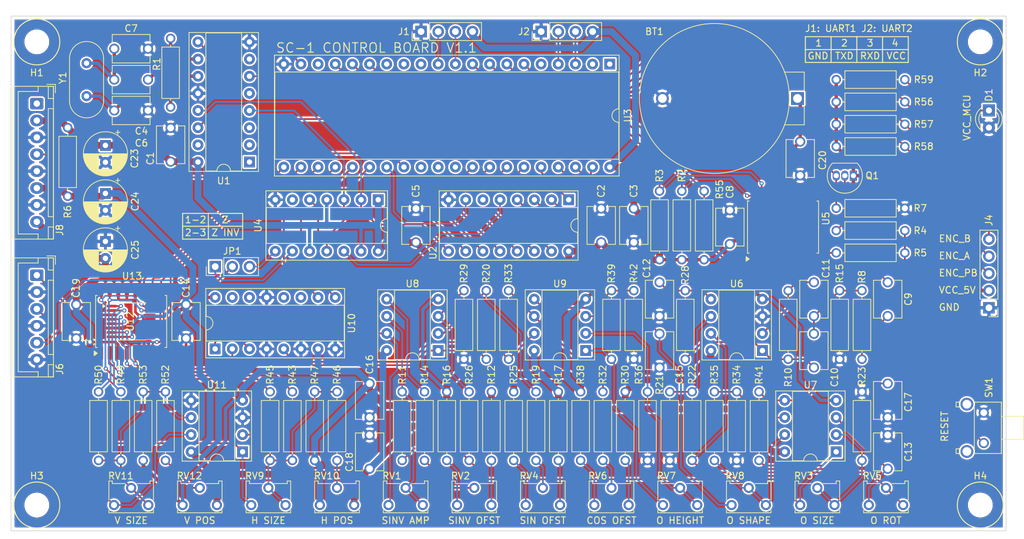
<source format=kicad_pcb>
(kicad_pcb (version 20240108) (generator "pcbnew") (generator_version "8.0")
  (title_block (title "SC-11 Scope Clock Control Board") (date "2022-07-28") (rev "1.0"))
  (layers (0 "F.Cu" signal) (31 "B.Cu" signal) (34 "B.Paste" user) (35 "F.Paste" user) (36 "B.SilkS" user "B.Silkscreen") (37 "F.SilkS" user "F.Silkscreen") (38 "B.Mask" user) (39 "F.Mask" user) (44 "Edge.Cuts" user))
  (net 0 "")
  (net 1 "+5VD")
  (net 2 "Net-(Q1-Pad2)")
  (net 3 "/MCU/MCU_RST")
  (net 4 "Net-(C6-Pad1)")
  (net 5 "Net-(C4-Pad1)")
  (net 6 "/MCU/I2C_SCL")
  (net 7 "/MCU/I2C_SDA")
  (net 8 "Net-(R4-Pad2)")
  (net 9 "Net-(R5-Pad2)")
  (net 10 "+5VA")
  (net 11 "GND")
  (net 12 "Net-(C10-Pad1)")
  (net 13 "Net-(C9-Pad2)")
  (net 14 "Net-(C11-Pad2)")
  (net 15 "Net-(C10-Pad2)")
  (net 16 "Net-(R11-Pad1)")
  (net 17 "Net-(R11-Pad2)")
  (net 18 "Net-(R12-Pad1)")
  (net 19 "Net-(R14-Pad1)")
  (net 20 "Net-(R14-Pad2)")
  (net 21 "Net-(R16-Pad1)")
  (net 22 "-5VA")
  (net 23 "Net-(R17-Pad1)")
  (net 24 "Net-(R19-Pad1)")
  (net 25 "Net-(R19-Pad2)")
  (net 26 "Net-(R21-Pad1)")
  (net 27 "Net-(R22-Pad1)")
  (net 28 "Net-(R23-Pad1)")
  (net 29 "Net-(R25-Pad1)")
  (net 30 "Net-(R26-Pad1)")
  (net 31 "Net-(C12-Pad1)")
  (net 32 "Net-(R30-Pad1)")
  (net 33 "Net-(R32-Pad1)")
  (net 34 "Net-(R32-Pad2)")
  (net 35 "/Circle_Generator_1/CSC")
  (net 36 "Net-(R34-Pad1)")
  (net 37 "Net-(R35-Pad1)")
  (net 38 "Net-(R36-Pad1)")
  (net 39 "Net-(R38-Pad1)")
  (net 40 "Net-(R39-Pad1)")
  (net 41 "Net-(R39-Pad2)")
  (net 42 "Net-(C17-Pad1)")
  (net 43 "Net-(R43-Pad1)")
  (net 44 "Net-(R49-Pad1)")
  (net 45 "Net-(R52-Pad2)")
  (net 46 "/MCU/32KHZ")
  (net 47 "/MCU/ENC_B")
  (net 48 "/MCU/ENC_A")
  (net 49 "/MCU/ENC_PB")
  (net 51 "Net-(BT1-Pad1)")
  (net 52 "Net-(C4-Pad2)")
  (net 53 "/Circle_Generator_1/CLK_40D")
  (net 54 "Net-(C13-Pad1)")
  (net 55 "Net-(C15-Pad1)")
  (net 56 "/MCU/TXD2")
  (net 57 "/MCU/RXD2")
  (net 58 "/MCU/TXD")
  (net 59 "/MCU/RXD")
  (net 60 "/Circle_Generator_2/XOUT")
  (net 61 "/Circle_Generator_2/YOUT")
  (net 62 "Net-(J6-Pad5)")
  (net 64 "/Circle_Generator_2/PWR_EN")
  (net 65 "/Circle_Generator_2/ZOUT")
  (net 66 "/Circle_Generator_2/~{ZOUT}")
  (net 67 "/Circle_Generator_1/CSSN")
  (net 71 "/MCU/CLK320")
  (net 73 "/MCU/CLK_160")
  (net 75 "Net-(U1-Pad9)")
  (net 76 "/MCU/CLK_40")
  (net 77 "/MCU/CLK_80")
  (net 79 "/MCU/BS3")
  (net 80 "/MCU/BS2")
  (net 81 "/MCU/BS1")
  (net 82 "/MCU/BS0")
  (net 83 "Net-(U2-Pad5)")
  (net 85 "/MCU/BS_G")
  (net 86 "/MCU/BS7")
  (net 87 "/MCU/BS6")
  (net 88 "/MCU/BS5")
  (net 89 "/MCU/BS4")
  (net 97 "/Circle_Generator_2/DAC_DATA")
  (net 98 "/Circle_Generator_2/DAC_CLK")
  (net 99 "/Circle_Generator_2/DAC_CS")
  (net 100 "/Circle_Generator_2/DAC_LOAD")
  (net 101 "/Circle_Generator_2/CSEL1")
  (net 102 "/Circle_Generator_2/CSEL0")
  (net 113 "Net-(D1-Pad1)")
  (net 114 "Net-(R46-Pad2)")
  (net 115 "/Circle_Generator_2/VREFA")
  (net 116 "/Circle_Generator_2/VOUTA")
  (net 117 "/Circle_Generator_2/VOUTC")
  (net 118 "/Circle_Generator_2/VOUTB")
  (net 119 "/Circle_Generator_2/VOUTD")
  (net 120 "/Circle_Generator_2/VREFB")
  (footprint "sc_11:RES-H10_16-D2_5L7_5" (layer "F.Cu") (at 178.054 85.852 180)
    (property "Reference" "R5")
    (property "Value" "100R")
  )
  (footprint "sc_11:RP-3362S" (layer "F.Cu") (at 109.22 120.65)
    (property "Reference" "RV1")
    (property "Value" "10K")
  )
  (footprint "sc_11:RES-H10_16-D2_5L7_5" (layer "F.Cu") (at 118.618 111.506 -90)
    (property "Reference" "R26")
    (property "Value" "10K")
  )
  (footprint "sc_11:BAT2-CR2032" (layer "F.Cu") (at 154.94 62.992)
    (property "Reference" "BT1")
    (property "Value" "CR2032")
  )
  (footprint "sc_11:RES-H10_16-D2_5L7_5" (layer "F.Cu") (at 131.826 111.506 90)
    (property "Reference" "R17")
    (property "Value" "4.7K")
  )
  (footprint "sc_11:RES-H10_16-D2_5L7_5" (layer "F.Cu") (at 173.482 96.52 90)
    (property "Reference" "R15")
    (property "Value" "220R")
  )
  (footprint "sc_11:RES-H10_16-D2_5L7_5" (layer "F.Cu") (at 151.638 111.506 90)
    (property "Reference" "R22")
    (property "Value" "10K")
  )
  (footprint "sc_11:RES-H10_16-D2_5L7_5" (layer "F.Cu") (at 141.732 111.506 90)
    (property "Reference" "R30")
    (property "Value" "4.7K")
  )
  (footprint "sc_11:RP-3362S" (layer "F.Cu") (at 180.34 120.65)
    (property "Reference" "RV5")
    (property "Value" "10K")
  )
  (footprint "Package_DIP:DIP-8_W7.62mm_Socket" (layer "F.Cu") (at 135.88 100.32 180)
    (property "Reference" "U9")
    (property "Value" "TL082")
  )
  (footprint "sc_11:C_Rect_L5.5mm_W4.0mm_P5.00mm" (layer "F.Cu") (at 146.812 90.21 -90)
    (property "Reference" "C12")
    (property "Value" "470pF")
  )
  (footprint "sc_11:C_Rect_L5.5mm_W4.0mm_P5.00mm" (layer "F.Cu") (at 169.672 97.83 -90)
    (property "Reference" "C10")
    (property "Value" "1nF")
  )
  (footprint "sc_11:RES-H10_16-D2_5L7_5" (layer "F.Cu") (at 95.758 111.506 -90)
    (property "Reference" "R47")
    (property "Value" "40.2K")
  )
  (footprint "sc_11:C_Rect_L5.5mm_W4.0mm_P5.00mm" (layer "F.Cu") (at 110.744 84.288 90)
    (property "Reference" "C5")
    (property "Value" "0.1uF")
  )
  (footprint "sc_11:C_Rect_L5.5mm_W4.0mm_P5.00mm" (layer "F.Cu") (at 103.886 117.816005 90)
    (property "Reference" "C18")
    (property "Value" "0.1uF")
  )
  (footprint "sc_11:C_Rect_L5.5mm_W4.0mm_P5.00mm" (layer "F.Cu") (at 103.886 110.196005 90)
    (property "Reference" "C16")
    (property "Value" "0.1uF")
  )
  (footprint "sc_11:C_Rect_L5.5mm_W4.0mm_P5.00mm" (layer "F.Cu") (at 60.452 98.512 90)
    (property "Reference" "C19")
    (property "Value" "0.1uF")
  )
  (footprint "sc_11:RES-H10_16-D2_5L7_5" (layer "F.Cu") (at 178.054 70.104)
    (property "Reference" "R58")
    (property "Value" "10K")
  )
  (footprint "sc_11:RES-H10_16-D2_5L7_5" (layer "F.Cu") (at 150.622 96.52 -90)
    (property "Reference" "R28")
    (property "Value" "20K")
  )
  (footprint "sc_11:C_Rect_L5.5mm_W4.0mm_P5.00mm" (layer "F.Cu") (at 143.002 84.288 90)
    (property "Reference" "C3")
    (property "Value" "0.1uF")
  )
  (footprint "sc_11:RES-H10_16-D2_5L7_5" (layer "F.Cu") (at 92.456 111.506 90)
    (property "Reference" "R43")
    (property "Value" "20K")
  )
  (footprint "sc_11:C_Rect_L5.5mm_W4.0mm_P5.00mm" (layer "F.Cu") (at 180.594 105.196 -90)
    (property "Reference" "C17")
    (property "Value" "1nF")
  )
  (footprint "sc_11:RES-H10_16-D2_5L7_5" (layer "F.Cu") (at 67.056 111.506 90)
    (property "Reference" "R49")
    (property "Value" "20K")
  )
  (footprint "MountingHole:MountingHole_3.2mm_M3" (layer "F.Cu") (at 194.31 54.61)
    (property "Reference" "H2")
    (property "Value" "MountingHole")
  )
  (footprint "sc_11:RP-3362S" (layer "F.Cu") (at 149.86 120.65)
    (property "Reference" "RV7")
    (property "Value" "10K")
  )
  (footprint "Capacitor_THT:CP_Radial_D6.3mm_P2.50mm" (layer "F.Cu") (at 64.77 84.161621 -90)
    (property "Reference" "C25")
    (property "Value" "220uF_16V")
  )
  (footprint "Package_DIP:DIP-16_W7.62mm_Socket" (layer "F.Cu") (at 86.096 72.4 180)
    (property "Reference" "U1")
    (property "Value" "74HC4060")
  )
  (footprint "sc_11:RES-H10_16-D2_5L7_5" (layer "F.Cu") (at 158.242 111.506 -90)
    (property "Reference" "R34")
    (property "Value" "10K")
  )
  (footprint "Connector_PinHeader_2.54mm:PinHeader_1x04_P2.54mm_Vertical" (layer "F.Cu") (at 111.506 53.086 90)
    (property "Reference" "J1")
    (property "Value" "Conn_01x04")
  )
  (footprint "sc_11:RES-H10_16-D2_5L7_5" (layer "F.Cu") (at 125.222 111.506 90)
    (property "Reference" "R25")
    (property "Value" "4.7K")
  )
  (footprint "sc_11:RES-H10_16-D2_5L7_5" (layer "F.Cu") (at 145.034 111.506 -90)
    (property "Reference" "R36")
    (property "Value" "10K")
  )
  (footprint "Package_DIP:DIP-14_W7.62mm_Socket" (layer "F.Cu") (at 105.161 77.988 -90)
    (property "Reference" "U4")
    (property "Value" "74HC74")
  )
  (footprint "Connector_PinHeader_2.54mm:PinHeader_1x04_P2.54mm_Vertical" (layer "F.Cu") (at 129.286 53.086 90)
    (property "Reference" "J2")
    (property "Value" "Conn_01x04")
  )
  (footprint "sc_11:C_Rect_L5.5mm_W4.0mm_P5.00mm" (layer "F.Cu") (at 146.812 97.83 -90)
    (property "Reference" "C15")
    (property "Value" "100pF")
  )
  (footprint "sc_11:C_Rect_L5.5mm_W4.0mm_P5.00mm" (layer "F.Cu") (at 157.226 84.542 90)
    (property "Reference" "C8")
    (property "Value" "0.1uF")
  )
  (footprint "sc_11:RES-H10_16-D2_5L7_5" (layer "F.Cu") (at 74.422 59.182 90)
    (property "Reference" "R1")
    (property "Value" "1M")
  )
  (footprint "sc_11:C_Rect_L5.5mm_W4.0mm_P5.00mm" (layer "F.Cu") (at 66.08 55.626)
    (property "Reference" "C7")
    (property "Value" "22pF")
  )
  (footprint "Connector_PinHeader_2.54mm:PinHeader_1x03_P2.54mm_Vertical" (layer "F.Cu") (at 81.026 87.884 90)
    (property "Reference" "JP1")
    (property "Value" "Z_SEL")
  )
  (footprint "sc_11:RES-H10_16-D2_5L7_5" (layer "F.Cu") (at 70.358 111.506 -90)
    (property "Reference" "R53")
    (property "Value" "40.2K")
  )
  (footprint "Package_DIP:DIP-8_W7.62mm_Socket" (layer "F.Cu") (at 172.964 115.306 180)
    (property "Reference" "U7")
    (property "Value" "TL082")
  )
  (footprint "Package_DIP:DIP-8_W7.62mm_Socket" (layer "F.Cu") (at 162.042 100.32 180)
    (property "Reference" "U6")
    (property "Value" "TL082")
  )
  (footprint "sc_11:RES-H10_16-D2_5L7_5" (layer "F.Cu") (at 63.754 111.506 90)
    (property "Reference" "R50")
    (property "Value" "20K")
  )
  (footprint "sc_11:RES-H10_16-D2_5L7_5" (layer "F.Cu") (at 99.06 111.506 -90)
    (property "Reference" "R46")
    (property "Value" "20K")
  )
  (footprint "sc_11:C_Rect_L5.5mm_W4.0mm_P5.00mm" (layer "F.Cu") (at 66.08 64.77)
    (property "Reference" "C6")
    (property "Value" "22pF")
  )
  (footprint "sc_11:RES-H10_16-D2_5L7_5" (layer "F.Cu") (at 176.784 96.52 -90)
    (property "Reference" "R8")
    (property "Value" "20K")
  )
  (footprint "sc_11:RES-H10_16-D2_5L7_5" (layer "F.Cu") (at 176.784 111.506 90)
    (property "Reference" "R23")
    (property "Value" "10K")
  )
  (footprint "sc_11:RP-3362S" (layer "F.Cu") (at 160.02 120.65)
    (property "Reference" "RV8")
    (property "Value" "10K")
  )
  (footprint "Package_DIP:DIP-40_W15.24mm_Socket" (layer "F.Cu") (at 139.441 57.907 -90)
    (property "Reference" "U3")
    (property "Value" "STC12C5A60S2")
  )
  (footprint "sc_11:C_Rect_L5.5mm_W4.0mm_P5.00mm" (layer "F.Cu") (at 169.672 95.21 90)
    (property "Reference" "C11")
    (property "Value" "1nF")
  )
  (footprint "sc_11:RES-H10_16-D2_5L7_5" (layer "F.Cu") (at 59.182 72.39 -90)
    (property "Reference" "R6")
    (property "Value" "0R_NP")
  )
  (footprint "sc_11:RES-H10_16-D2_5L7_5" (layer "F.Cu") (at 121.158 96.52 90)
    (property "Reference" "R20")
    (property "Value" "10K")
  )
  (footprint "sc_11:RES-H10_16-D2_5L7_5" (layer "F.Cu") (at 139.7 96.52 -90)
    (property "Reference" "R39")
    (property "Value" "10K")
  )
  (footprint "Connector_JST:JST_XH_B6B-XH-A_1x06_P2.50mm_Vertical" (layer "F.Cu") (at 54.61 89.154 -90)
    (property "Reference" "J6")
    (property "Value" "XH-6")
  )
  (footprint "sc_11:C_Rect_L5.5mm_W4.0mm_P5.00mm" (layer "F.Cu") (at 167.64 69.382 -90)
    (property "Reference" "C20")
    (property "Value" "0.1uF")
  )
  (footprint "Capacitor_THT:CP_Radial_D6.3mm_P2.50mm" (layer "F.Cu") (at 64.77 69.937621 -90)
    (property "Reference" "C23")
    (property "Value" "220uF_16V")
  )
  (footprint "Package_DIP:DIP-8_W7.62mm_Socket" (layer "F.Cu") (at 85.08 115.306 180)
    (property "Reference" "U11")
    (property "Value" "TL082")
  )
  (footprint "sc_11:RES-H10_16-D2_5L7_5" (layer "F.Cu") (at 178.054 79.248 180)
    (property "Reference" "R7")
    (property "Value" "10K")
  )
  (footprint "sc_11:RES-H10_16-D2_5L7_5" (layer "F.Cu") (at 178.054 63.5)
    (property "Reference" "R56")
    (property "Value" "10K")
  )
  (footprint "Package_DIP:DIP-16_W7.62mm_Socket" (layer "F.Cu") (at 133.36 77.988 -90)
    (property "Reference" "U2")
    (property "Value" "74HC151")
  )
  (footprint "MountingHole:MountingHole_3.2mm_M3" (layer "F.Cu") (at 54.61 54.61)
    (property "Reference" "H1")
    (property "Value" "MountingHole")
  )
  (footprint "sc_11:C_Rect_L5.5mm_W4.0mm_P5.00mm" (layer "F.Cu") (at 180.594 90.21 -90)
    (property "Reference" "C9")
    (property "Value" "0.1uF")
  )
  (footprint "sc_11:RES-H10_16-D2_5L7_5" (layer "F.Cu") (at 178.054 66.802)
    (property "Reference" "R57")
    (property "Value" "10K")
  )
  (footprint "sc_11:RES-H10_16-D2_5L7_5" (layer "F.Cu") (at 146.812 81.788 -90)
    (property "Reference" "R3")
    (property "Value" "3.3K")
  )
  (footprint "sc_11:RP-3362S" (layer "F.Cu") (at 170.18 120.65)
    (property "Reference" "RV3")
    (property "Value" "10K")
  )
  (footprint "sc_11:RES-H10_16-D2_5L7_5" (layer "F.Cu") (at 153.416 81.788 -90)
    (property "Reference" "R55")
    (property "Value" "10K")
  )
  (footprint "sc_11:RES-H10_16-D2_5L7_5" (layer "F.Cu") (at 112.014 111.506 -90)
    (property "Reference" "R14")
    (property "Value" "10K")
  )
  (footprint "sc_11:RES-H10_16-D2_5L7_5" (layer "F.Cu") (at 138.43 111.506 -90)
    (property "Reference" "R32")
    (property "Value" "10K")
  )
  (footprint "sc_11:RES-H10_16-D2_5L7_5" (layer "F.Cu") (at 121.92 111.506 90)
    (property "Reference" "R12")
    (property "Value" "4.7K")
  )
  (footprint "sc_11:RES-H10_16-D2_5L7_5" (layer "F.Cu") (at 154.94 111.506 90)
    (property "Reference" "R35")
    (property "Value" "20K")
  )
  (footprint "sc_11:C_Rect_L5.5mm_W4.0mm_P5.00mm" (layer "F.Cu") (at 71.08 60.198 180)
    (property "Reference" "C4")
    (property "Value" "22pF")
  )
  (footprint "Connector_PinHeader_2.54mm:PinHeader_1x05_P2.54mm_Vertical" (layer "F.Cu") (at 195.58 93.98 180)
    (property "Reference" "J4")
    (property "Value" "Conn_01x05")
  )
  (footprint "sc_11:RES-H10_16-D2_5L7_5" (layer "F.Cu") (at 165.862 96.52 -90)
    (property "Reference" "R10")
    (property "Value" "80.6K")
  )
  (footprint "MountingHole:MountingHole_3.2mm_M3" (layer "F.Cu") (at 54.61 123.19)
    (property "Reference" "H3")
    (property "Value" "MountingHole")
  )
  (footprint "sc_11:RES-H10_16-D2_5L7_5" (layer "F.Cu") (at 115.316 111.506 90)
    (property "Reference" "R16")
    (property "Value" "4.7K")
  )
  (footprint "sc_11:RES-H10_16-D2_5L7_5" (layer "F.Cu") (at 178.054 82.55)
    (property "Reference" "R4")
    (property "Value" "3.3K")
  )
  (footprint "sc_11:C_Rect_L5.5mm_W4.0mm_P5.00mm" (layer "F.Cu") (at 180.594 117.816 90)
    (property "Reference" "C13")
    (property "Value" "100pF")
  )
  (footprint "Package_SO:TSSOP-16_4.4x5mm_P0.65mm" (layer "F.Cu") (at 68.58 96.012)
    (property "Reference" "U12")
    (property "Value" "AD7304")
  )
  (footprint "sc_11:RP-3362S" (layer "F.Cu") (at 78.74 120.65)
    (property "Reference" "RV12")
    (property "Value" "10K")
  )
  (footprint "MountingHole:MountingHole_3.2mm_M3" (layer "F.Cu") (at 194.31 123.19)
    (property "Reference" "H4")
    (property "Value" "MountingHole")
  )
  (footprint "Package_TO_SOT_THT:TO-92_Inline" (layer "F.Cu") (at 175.514 74.422 180)
    (property "Reference" "Q1")
    (property "Value" "2N3906")
  )
  (footprint "sc_11:RES-H10_16-D2_5L7_5" (layer "F.Cu") (at 128.524 111.506 -90)
    (property "Reference" "R19")
    (property "Value" "10K")
  )
  (footprint "Package_SO:SOIC-16W_7.5x10.3mm_P1.27mm" (layer "F.Cu") (at 68.58 96.012 90)
    (property "Reference" "U13")
    (property "Value" "AD7304")
  )
  (footprint "sc_11:RP-3362S" (layer "F.Cu") (at 68.58 120.65)
    (property "Reference" "RV11")
    (property "Value" "10K")
  )
  (footprint "sc_11:RES-H10_16-D2_5L7_5" (layer "F.Cu") (at 148.336 111.506 -90)
    (property "Reference" "R21")
    (property "Value" "20K")
  )
  (footprint "sc_11:RES-H10_16-D2_5L7_5" (layer "F.Cu") (at 89.154 111.506 90)
    (property "Reference" "R45")
    (property "Value" "20K")
  )
  (footprint "sc_11:RP-3362S" (layer "F.Cu") (at 139.7 120.65)
    (property "Reference" "RV6")
    (property "Value" "2K")
  )
  (footprint "sc_11:RES-H10_16-D2_5L7_5" (layer "F.Cu") (at 73.66 111.506 -90)
    (property "Reference" "R52")
    (property "Value" "20K")
  )
  (footprint "Package_DIP:DIP-8_W7.62mm_Socket" (layer "F.Cu") (at 114.036 100.32 180)
    (property "Reference" "U8")
    (property "Value" "TL082")
  )
  (footprint "Package_DIP:DIP-16_W7.62mm_Socket" (layer "F.Cu") (at 81.016 100.066 90)
    (property "Reference" "U10")
    (property "Value" "CD4052B")
  )
  (footprint "Package_SO:SOIC-16W_7.5x10.3mm_P1.27mm" (layer "F.Cu") (at 165.1 82.042 90)
    (property "Reference" "U5")
    (property "Value" "DS3231M")
  )
  (footprint "sc_11:C_Rect_L5.5mm_W4.0mm_P5.00mm" (layer "F.Cu") (at 74.422 72.35 90)
    (property "Reference" "C1")
    (property "Value" "0.1uF")
  )
  (footprint "sc_11:RP-3362S" (layer "F.Cu") (at 129.54 120.65)
    (property "Reference" "RV4")
    (property "Value" "2K")
  )
  (footprint "sc_11:RES-H10_16-D2_5L7_5" (layer "F.Cu") (at 178.054 60.198 180)
    (property "Reference" "R59")
    (property "Value" "1K")
  )
  (footprint "sc_11:RP-3362S" (layer "F.Cu") (at 88.9 120.65)
    (property "Reference" "RV9")
    (property "Value" "10K")
  )
  (footprint "Connector_JST:JST_XH_B8B-XH-A_1x08_P2.50mm_Vertical" (layer "F.Cu") (at 54.61 63.754 -90)
    (property "Reference" "J8")
    (property "Value" "XH-8")
  )
  (footprint "Crystal:Crystal_HC49-U_Vertical" (layer "F.Cu") (at 61.976 62.648 90)
    (property "Reference" "Y1")
    (property "Value" "20MHz")
  )
  (footprint "sc_11:SW-TC2-SG-5_85" (layer "F.Cu") (at 194.818 111.76 -90)
    (property "Reference" "SW1")
    (property "Value" "SW_Push")
  )
  (footprint "LED_THT:LED_D3.0mm" (layer "F.Cu") (at 195.58 64.765 -90)
    (property "Reference" "D1")
    (property "Value" "LED")
  )
  (footprint "sc_11:RES-H10_16-D2_5L7_5" (layer "F.Cu") (at 135.128 111.506 90)
    (property "Reference" "R38")
    (property "Value" "4.7K")
  )
  (footprint "sc_11:RES-H10_16-D2_5L7_5" (layer "F.Cu") (at 161.544 111.506 -90)
    (property "Reference" "R41")
    (property "Value" "20K")
  )
  (footprint "sc_11:RP-3362S" (layer "F.Cu") (at 119.38 120.65)
    (property "Reference" "RV2")
    (property "Value" "2K")
  )
  (footprint "Capacitor_THT:CP_Radial_D6.3mm_P2.50mm" (layer "F.Cu") (at 64.77 77.049621 -90)
    (property "Reference" "C24")
    (property "Value" "220uF_16V")
  )
  (footprint "sc_11:RP-3362S" (layer "F.Cu") (at 99.06 120.65)
    (property "Reference" "RV10")
    (property "Value" "10K")
  )
  (footprint "sc_11:RES-H10_16-D2_5L7_5" (layer "F.Cu") (at 124.46 96.52 90)
    (property "Reference" "R33")
    (property "Value" "10K")
  )
  (footprint "sc_11:RES-H10_16-D2_5L7_5" (layer "F.Cu") (at 150.114 81.788 -90)
    (property "Reference" "R2")
    (property "Value" "3.3K")
  )
  (footprint "sc_11:RES-H10_16-D2_5L7_5" (layer "F.Cu") (at 108.712 111.506 -90)
    (property "Reference" "R11")
    (property "Value" "7.5K")
  )
  (footprint "sc_11:RES-H10_16-D2_5L7_5" (layer "F.Cu") (at 143.002 96.52 -90)
    (property "Reference" "R42")
    (property "Value" "10K")
  )
  (footprint "sc_11:C_Rect_L5.5mm_W4.0mm_P5.00mm" (layer "F.Cu") (at 76.708 93.512 -90)
    (property "Reference" "C14")
    (property "Value" "0.1uF")
  )
  (footprint "sc_11:RES-H10_16-D2_5L7_5" (layer "F.Cu") (at 117.856 96.52 -90)
    (property "Reference" "R29")
    (property "Value" "10K")
  )
  (footprint "sc_11:C_Rect_L5.5mm_W4.0mm_P5.00mm" (layer "F.Cu") (at 138.176 84.288 90)
    (property "Reference" "C2")
    (property "Value" "0.1uF")
  )
  (gr_line (start 179.832 57.658) (end 179.832 53.848) (stroke (width 0.15)) (layer "F.SilkS"))
  (gr_line (start 80.01 83.82) (end 80.01 80.01) (stroke (width 0.15)) (layer "F.SilkS"))
  (gr_line (start 168.402 57.658) (end 183.642 57.658) (stroke (width 0.15)) (layer "F.SilkS"))
  (gr_circle (center 54.61 54.61) (end 57.658 56.134) (stroke (width 0.15)) (fill none) (layer "F.SilkS"))
  (gr_line (start 85.09 80.01) (end 76.2 80.01) (stroke (width 0.15)) (layer "F.SilkS"))
  (gr_circle (center 54.61 123.19) (end 57.658 124.714) (stroke (width 0.15)) (fill none) (layer "F.SilkS"))
  (gr_line (start 76.2 81.915) (end 85.09 81.915) (stroke (width 0.15)) (layer "F.SilkS"))
  (gr_circle (center 194.31 54.61) (end 197.358 56.134) (stroke (width 0.15)) (fill none) (layer "F.SilkS"))
  (gr_line (start 183.642 57.658) (end 183.642 53.848) (stroke (width 0.15)) (layer "F.SilkS"))
  (gr_line (start 168.402 53.848) (end 168.402 57.658) (stroke (width 0.15)) (layer "F.SilkS"))
  (gr_line (start 168.402 55.753) (end 183.642 55.753) (stroke (width 0.15)) (layer "F.SilkS"))
  (gr_line (start 183.642 53.848) (end 168.402 53.848) (stroke (width 0.15)) (layer "F.SilkS"))
  (gr_line (start 85.09 83.82) (end 85.09 80.01) (stroke (width 0.15)) (layer "F.SilkS"))
  (gr_line (start 76.2 80.01) (end 76.2 83.82) (stroke (width 0.15)) (layer "F.SilkS"))
  (gr_circle (center 194.31 123.19) (end 197.358 124.714) (stroke (width 0.15)) (fill none) (layer "F.SilkS"))
  (gr_line (start 76.2 83.82) (end 85.09 83.82) (stroke (width 0.15)) (layer "F.SilkS"))
  (gr_line (start 176.022 57.658) (end 176.022 53.848) (stroke (width 0.15)) (layer "F.SilkS"))
  (gr_line (start 172.212 57.658) (end 172.212 53.848) (stroke (width 0.15)) (layer "F.SilkS"))
  (gr_rect (start 50.8 50.8) (end 198.12 127) (stroke (width 0.1)) (fill none) (layer "Edge.Cuts"))
  (gr_text "2" (at 173.609 55.372 0) (layer "F.SilkS") (effects (font (size 1 1)) (justify left bottom)))
  (gr_text "4" (at 181.102 55.372 0) (layer "F.SilkS") (effects (font (size 1 1)) (justify left bottom)))
  (gr_text "ENC_PB" (at 188.087 89.408 0) (layer "F.SilkS") (effects (font (size 1 1)) (justify left bottom)))
  (gr_text "O SIZE" (at 170.18 125.476 0) (layer "F.SilkS") (effects (font (size 1 1))))
  (gr_text "Z" (at 81.915 81.534 0) (layer "F.SilkS") (effects (font (size 1 1)) (justify left bottom)))
  (gr_text "VCC_MCU" (at 192.913 69.342 90) (layer "F.SilkS") (effects (font (size 1 1)) (justify left bottom)))
  (gr_text "COS OFST" (at 139.7 125.476 0) (layer "F.SilkS") (effects (font (size 1 1))))
  (gr_text "RESET" (at 189.611 113.919 90) (layer "F.SilkS") (effects (font (size 1 1)) (justify left bottom)))
  (gr_text "J1: UART1 J2: UART2" (at 168.275 53.213 0) (layer "F.SilkS") (effects (font (size 1 1)) (justify left bottom)))
  (gr_text "O SHAPE" (at 160.02 125.476 0) (layer "F.SilkS") (effects (font (size 1 1))))
  (gr_text "ENC_A" (at 188.087 86.868 0) (layer "F.SilkS") (effects (font (size 1 1)) (justify left bottom)))
  (gr_text "VCC_5V" (at 188.087 91.948 0) (layer "F.SilkS") (effects (font (size 1 1)) (justify left bottom)))
  (gr_text "GND" (at 168.656 57.277 0) (layer "F.SilkS") (effects (font (size 1 1)) (justify left bottom)))
  (gr_text "Z INV" (at 80.391 83.439 0) (layer "F.SilkS") (effects (font (size 1 1)) (justify left bottom)))
  (gr_text "SINV AMP" (at 109.22 125.476 0) (layer "F.SilkS") (effects (font (size 1 1))))
  (gr_text "O ROT" (at 180.34 125.476 0) (layer "F.SilkS") (effects (font (size 1 1))))
  (gr_text "VCC" (at 180.34 57.277 0) (layer "F.SilkS") (effects (font (size 1 1)) (justify left bottom)))
  (gr_text "SINV OFST" (at 119.38 125.476 0) (layer "F.SilkS") (effects (font (size 1 1))))
  (gr_text "H POS" (at 99.06 125.476 0) (layer "F.SilkS") (effects (font (size 1 1))))
  (gr_text "2-3" (at 76.454 83.439 0) (layer "F.SilkS") (effects (font (size 1 1)) (justify left bottom)))
  (gr_text "SIN OFST" (at 129.54 125.476 0) (layer "F.SilkS") (effects (font (size 1 1))))
  (gr_text "O HEIGHT" (at 149.86 125.476 0) (layer "F.SilkS") (effects (font (size 1 1))))
  (gr_text "V SIZE" (at 68.58 125.476 0) (layer "F.SilkS") (effects (font (size 1 1))))
  (gr_text "V POS" (at 78.74 125.476 0) (layer "F.SilkS") (effects (font (size 1 1))))
  (gr_text "1" (at 169.799 55.372 0) (layer "F.SilkS") (effects (font (size 1 1)) (justify left bottom)))
  (gr_text "GND" (at 188.087 94.488 0) (layer "F.SilkS") (effects (font (size 1 1)) (justify left bottom)))
  (gr_text "H SIZE" (at 88.9 125.476 0) (layer "F.SilkS") (effects (font (size 1 1))))
  (gr_text "ENC_B" (at 188.087 84.328 0) (layer "F.SilkS") (effects (font (size 1 1)) (justify left bottom)))
  (gr_text "1-2" (at 76.454 81.534 0) (layer "F.SilkS") (effects (font (size 1 1)) (justify left bottom)))
  (gr_text "SC-1 CONTROL BOARD V1.1" (at 104.902 55.499 0) (layer "F.SilkS") (effects (font (size 1.397 1.397))))
  (gr_text "TXD" (at 172.72 57.277 0) (layer "F.SilkS") (effects (font (size 1 1)) (justify left bottom)))
  (gr_text "RXD" (at 176.403 57.277 0) (layer "F.SilkS") (effects (font (size 1 1)) (justify left bottom)))
  (gr_text "3" (at 177.419 55.372 0) (layer "F.SilkS") (effects (font (size 1 1)) (justify left bottom)))
  (segment (start 140.756 86.868) (end 146.812 86.868) (width 1.016) (layer "F.Cu") (net 1))
  (segment (start 194.564 91.44) (end 195.58 91.44) (width 0.508) (layer "F.Cu") (net 1))
  (segment (start 133.36 85.608) (end 136.856 85.608) (width 1.016) (layer "F.Cu") (net 1))
  (segment (start 174.117 84.074) (end 175.514 82.677) (width 0.508) (layer "F.Cu") (net 1))
  (segment (start 132.08 88.138) (end 133.36 86.858) (width 1.016) (layer "F.Cu") (net 1))
  (segment (start 175.514 74.422) (end 183.388 74.422) (width 0.508) (layer "F.Cu") (net 1))
  (segment (start 157.226 84.542) (end 157.694 84.074) (width 0.508) (layer "F.Cu") (net 1))
  (segment (start 139.441 73.147) (end 140.965 73.147) (width 1.016) (layer "F.Cu") (net 1))
  (segment (start 110.744 84.308) (end 114.574 88.138) (width 1.016) (layer "F.Cu") (net 1))
  (segment (start 191.643 88.519) (end 194.564 91.44) (width 0.508) (layer "F.Cu") (net 1))
  (segment (start 153.416 86.868) (end 146.812 86.868) (width 0.508) (layer "F.Cu") (net 1))
  (segment (start 61.809621 69.937621) (end 64.77 69.937621) (width 1.016) (layer "F.Cu") (net 1))
  (segment (start 171.831 84.074) (end 174.117 84.074) (width 0.508) (layer "F.Cu") (net 1))
  (segment (start 106.441 84.328) (end 110.704 84.328) (width 1.016) (layer "F.Cu") (net 1))
  (segment (start 172.974 70.104) (end 175.514 72.644) (width 0.508) (layer "F.Cu") (net 1))
  (segment (start 161.925 84.201) (end 162.052 84.074) (width 0.508) (layer "F.Cu") (net 1))
  (segment (start 172.974 63.5) (end 172.974 60.198) (width 0.508) (layer "F.Cu") (net 1))
  (segment (start 175.514 72.644) (end 175.514 74.422) (width 0.508) (layer "F.Cu") (net 1))
  (segment (start 157.694 84.074) (end 162.052 84.074) (width 0.508) (layer "F.Cu") (net 1))
  (segment (start 59.182 67.31) (end 61.809621 69.937621) (width 1.016) (layer "F.Cu") (net 1))
  (segment (start 136.856 85.608) (end 138.176 84.288) (width 1.016) (layer "F.Cu") (net 1))
  (segment (start 172.974 66.802) (end 172.974 63.5) (width 0.508) (layer "F.Cu") (net 1))
  (segment (start 175.514 82.677) (end 175.514 74.422) (width 0.508) (layer "F.Cu") (net 1))
  (segment (start 146.812 83.098) (end 143.002 79.288) (width 1.016) (layer "F.Cu") (net 1))
  (segment (start 162.052 84.074) (end 163.068 83.058) (width 0.508) (layer "F.Cu") (net 1))
  (segment (start 172.974 70.104) (end 172.974 66.802) (width 0.508) (layer "F.Cu") (net 1))
  (segment (start 74.422 72.35) (end 78.426 72.35) (width 1.016) (layer "F.Cu") (net 1))
  (segment (start 143.002 75.184) (end 143.002 79.288) (width 1.016) (layer "F.Cu") (net 1))
  (segment (start 161.925 86.692) (end 161.925 84.201) (width 0.508) (layer "F.Cu") (net 1))
  (segment (start 54.624 66.294) (end 58.166 66.294) (width 1.016) (layer "F.Cu") (net 1))
  (segment (start 163.068 83.058) (end 170.815 83.058) (width 0.508) (layer "F.Cu") (net 1))
  (segment (start 72.009621 69.937621) (end 74.422 72.35) (width 1.016) (layer "F.Cu") (net 1))
  (segment (start 183.388 74.422) (end 191.643 82.677) (width 0.508) (layer "F.Cu") (net 1))
  (segment (start 146.812 83.098) (end 146.812 86.868) (width 1.016) (layer "F.Cu") (net 1))
  (segment (start 170.815 83.058) (end 171.831 84.074) (width 0.508) (layer "F.Cu") (net 1))
  (segment (start 114.574 88.138) (end 132.08 88.138) (width 1.016) (layer "F.Cu") (net 1))
  (segment (start 191.643 82.677) (end 191.643 88.519) (width 0.508) (layer "F.Cu") (net 1))
  (segment (start 64.77 69.937621) (end 72.009621 69.937621) (width 1.016) (layer "F.Cu") (net 1))
  (segment (start 140.965 73.147) (end 143.002 75.184) (width 1.016) (layer "F.Cu") (net 1))
  (segment (start 138.176 84.288) (end 140.756 86.868) (width 1.016) (layer "F.Cu") (net 1))
  (segment (start 133.36 86.858) (end 133.36 85.608) (width 1.016) (layer "F.Cu") (net 1))
  (segment (start 58.166 66.294) (end 59.182 67.31) (width 1.016) (layer "F.Cu") (net 1))
  (segment (start 106.441 84.328) (end 105.161 85.608) (width 1.016) (layer "F.Cu") (net 1))
  (segment (start 105.156 81.788) (end 105.161 81.793) (width 1.016) (layer "B.Cu") (net 1))
  (segment (start 154.9 86.868) (end 157.226 84.542) (width 0.508) (layer "B.Cu") (net 1))
  (segment (start 119.136 53.086) (end 119.136 53.731) (width 1.016) (layer "B.Cu") (net 1))
  (segment (start 143.256 69.332) (end 139.441 73.147) (width 1.016) (layer "B.Cu") (net 1))
  (segment (start 143.256 56.642) (end 143.256 69.332) (width 1.016) (layer "B.Cu") (net 1))
  (segment (start 102.616 81.788) (end 105.156 81.788) (width 1.016) (layer "B.Cu") (net 1))
  (segment (start 78.476 77.714) (end 82.55 81.788) (width 1.016) (layer "B.Cu") (net 1))
  (segment (start 102.621 85.608) (end 102.621 81.793) (width 0.508) (layer "B.Cu") (net 1))
  (segment (start 97.541 77.988) (end 97.541 81.783) (width 0.508) (layer "B.Cu") (net 1))
  (segment (start 95.001 85.608) (end 95.001 82.037) (width 0.508) (layer "B.Cu") (net 1))
  (segment (start 105.161 77.988) (end 105.161 81.793) (width 1.016) (layer "B.Cu") (net 1))
  (segment (start 136.916 53.086) (end 139.7 53.086) (width 1.016) (layer "B.Cu") (net 1))
  (segment (start 97.536 81.788) (end 102.616 81.788) (width 1.016) (layer "B.Cu") (net 1))
  (segment (start 119.136 53.731) (end 120.904 55.499) (width 1.016) (layer "B.Cu") (net 1))
  (segment (start 95.001 82.037) (end 95.25 81.788) (width 0.508) (layer "B.Cu") (net 1))
  (segment (start 82.55 81.788) (end 95.25 81.788) (width 1.016) (layer "B.Cu") (net 1))
  (segment (start 95.25 81.788) (end 97.536 81.788) (width 1.016) (layer "B.Cu") (net 1))
  (segment (start 102.621 81.793) (end 102.616 81.788) (width 0.508) (layer "B.Cu") (net 1))
  (segment (start 153.416 86.868) (end 154.9 86.868) (width 0.508) (layer "B.Cu") (net 1))
  (segment (start 120.904 55.499) (end 135.128 55.499) (width 1.016) (layer "B.Cu") (net 1))
  (segment (start 136.916 53.711) (end 136.916 53.086) (width 1.016) (layer "B.Cu") (net 1))
  (segment (start 135.128 55.499) (end 136.916 53.711) (width 1.016) (layer "B.Cu") (net 1))
  (segment (start 78.476 72.4) (end 78.476 77.714) (width 1.016) (layer "B.Cu") (net 1))
  (segment (start 97.541 81.783) (end 97.536 81.788) (width 0.508) (layer "B.Cu") (net 1))
  (segment (start 139.7 53.086) (end 143.256 56.642) (width 1.016) (layer "B.Cu") (net 1))
  (segment (start 105.161 81.793) (end 105.161 85.608) (width 1.016) (layer "B.Cu") (net 1))
  (segment (start 174.244 74.422) (end 174.244 81.28) (width 0.254) (layer "F.Cu") (net 2))
  (segment (start 174.244 81.28) (end 172.974 82.55) (width 0.254) (layer "F.Cu") (net 2))
  (segment (start 172.974 74.422) (end 170.18 71.628) (width 0.254) (layer "F.Cu") (net 3))
  (segment (start 172.974 79.248) (end 172.974 74.422) (width 0.254) (layer "F.Cu") (net 3))
  (segment (start 123.825 62.611) (end 119.121 57.907) (width 0.254) (layer "F.Cu") (net 3))
  (segment (start 143.002 62.611) (end 123.825 62.611) (width 0.254) (layer "F.Cu") (net 3))
  (segment (start 167.513 59.563) (end 146.05 59.563) (width 0.254) (layer "F.Cu") (net 3))
  (segment (start 170.18 71.628) (end 170.18 62.23) (width 0.254) (layer "F.Cu") (net 3))
  (segment (start 146.05 59.563) (end 143.002 62.611) (width 0.254) (layer "F.Cu") (net 3))
  (segment (start 170.18 62.23) (end 167.513 59.563) (width 0.254) (layer "F.Cu") (net 3))
  (segment (start 78.476 59.7) (end 77.206 59.7) (width 0.508) (layer "F.Cu") (net 4))
  (segment (start 66.08 64.77) (end 68.366 62.484) (width 0.508) (layer "F.Cu") (net 4))
  (segment (start 68.366 62.484) (end 74.422 62.484) (width 0.508) (layer "F.Cu") (net 4))
  (segment (start 74.422 62.484) (end 74.422 64.262) (width 0.508) (layer "F.Cu") (net 4))
  (segment (start 77.206 59.7) (end 74.422 62.484) (width 0.508) (layer "F.Cu") (net 4))
  (segment (start 63.958 62.648) (end 66.08 64.77) (width 0.508) (layer "B.Cu") (net 4))
  (segment (start 61.976 62.648) (end 63.958 62.648) (width 0.508) (layer "B.Cu") (net 4))
  (segment (start 78.476 57.16) (end 74.726 57.16) (width 0.508) (layer "F.Cu") (net 5))
  (segment (start 74.422 56.856) (end 74.422 54.102) (width 0.508) (layer "F.Cu") (net 5))
  (segment (start 74.726 57.16) (end 74.422 56.856) (width 0.508) (layer "F.Cu") (net 5))
  (segment (start 71.12 60.198) (end 74.422 56.896) (width 0.508) (layer "F.Cu") (net 5))
  (segment (start 74.422 56.896) (end 74.422 56.856) (width 0.508) (layer "F.Cu") (net 5))
  (segment (start 141.478 66.04) (end 150.114 74.676) (width 0.254) (layer "F.Cu") (net 6))
  (segment (start 109.474 66.04) (end 141.478 66.04) (width 0.254) (layer "F.Cu") (net 6))
  (segment (start 101.341 57.907) (end 109.474 66.04) (width 0.254) (layer "F.Cu") (net 6))
  (segment (start 159.766 77.392) (end 160.655 77.392) (width 0.254) (layer "F.Cu") (net 6))
  (segment (start 150.114 74.676) (end 150.114 76.708) (width 0.254) (layer "F.Cu") (net 6))
  (via (at 159.766 77.392) (size 0.6096) (drill 0.3048) (layers "F.Cu" "B.Cu") (net 6))
  (segment (start 151.892 74.93) (end 150.114 76.708) (width 0.254) (layer "B.Cu") (net 6))
  (segment (start 157.353 74.93) (end 151.892 74.93) (width 0.254) (layer "B.Cu") (net 6))
  (segment (start 159.766 77.343) (end 157.353 74.93) (width 0.254) (layer "B.Cu") (net 6))
  (segment (start 159.766 77.392) (end 159.766 77.343) (width 0.254) (layer "B.Cu") (net 6))
  (segment (start 146.812 76.708) (end 146.812 72.644) (width 0.254) (layer "F.Cu") (net 7))
  (segment (start 146.812 72.644) (end 140.97 66.802) (width 0.254) (layer "F.Cu") (net 7))
  (segment (start 161.925 75.565) (end 161.925 77.392) (width 0.254) (layer "F.Cu") (net 7))
  (segment (start 107.696 66.802) (end 98.801 57.907) (width 0.254) (layer "F.Cu") (net 7))
  (segment (start 140.97 66.802) (end 107.696 66.802) (width 0.254) (layer "F.Cu") (net 7))
  (via (at 161.925 75.565) (size 0.6096) (drill 0.3048) (layers "F.Cu" "B.Cu") (net 7))
  (segment (start 161.925 75.565) (end 160.274 73.914) (width 0.254) (layer "B.Cu") (net 7))
  (segment (start 160.274 73.914) (end 149.606 73.914) (width 0.254) (layer "B.Cu") (net 7))
  (segment (start 149.606 73.914) (end 146.812 76.708) (width 0.254) (layer "B.Cu") (net 7))
  (segment (start 183.134 102.362) (end 194.782 114.01) (width 0.254) (layer "F.Cu") (net 8))
  (segment (start 183.134 85.852) (end 183.134 102.362) (width 0.254) (layer "F.Cu") (net 8))
  (segment (start 183.134 85.852) (end 183.134 82.55) (width 0.254) (layer "F.Cu") (net 8))
  (segment (start 164.465 85.217) (end 165.354 84.328) (width 0.254) (layer "F.Cu") (net 9))
  (segment (start 170.434 84.328) (end 171.958 85.852) (width 0.254) (layer "F.Cu") (net 9))
  (segment (start 171.958 85.852) (end 172.974 85.852) (width 0.254) (layer "F.Cu") (net 9))
  (segment (start 165.354 84.328) (end 170.434 84.328) (width 0.254) (layer "F.Cu") (net 9))
  (segment (start 164.465 86.692) (end 164.465 85.217) (width 0.254) (layer "F.Cu") (net 9))
  (segment (start 71.442504 95.036996) (end 70.571004 95.036996) (width 0.3048) (layer "F.Cu") (net 10))
  (segment (start 110.196005 111.506) (end 118.618 111.506) (width 1.016) (layer "F.Cu") (net 10))
  (segment (start 73.025 100.662003) (end 73.772497 100.662003) (width 0.508) (layer "F.Cu") (net 10))
  (segment (start 64.349621 77.47) (end 64.77 77.049621) (width 1.016) (layer "F.Cu") (net 10))
  (segment (start 154.422 101.102) (end 150.876 104.648) (width 1.016) (layer "F.Cu") (net 10))
  (segment (start 143.51 104.648) (end 141.732 106.426) (width 1.016) (layer "F.Cu") (net 10))
  (segment (start 73.772497 100.662003) (end 75.184 99.2505) (width 0.508) (layer "F.Cu") (net 10))
  (segment (start 67.945 91.361997) (end 67.945 92.837) (width 0.381) (layer "F.Cu") (net 10))
  (segment (start 101.6 118.872) (end 101.854 118.618) (width 1.016) (layer "F.Cu") (net 10))
  (segment (start 121.92 106.426) (end 121.92 108.712) (width 1.016) (layer "F.Cu") (net 10))
  (segment (start 81.28 118.872) (end 81.534 118.618) (width 1.016) (layer "F.Cu") (net 10))
  (segment (start 81.016 92.446) (end 79.512 92.446) (width 0.508) (layer "F.Cu") (net 10))
  (segment (start 67.945 92.837) (end 69.088 92.837) (width 0.381) (layer "F.Cu") (net 10))
  (segment (start 70.358 96.139) (end 70.555993 96.336993) (width 0.3048) (layer "F.Cu") (net 10))
  (segment (start 79.512 92.446) (end 78.446 93.512) (width 0.508) (layer "F.Cu") (net 10))
  (segment (start 163.566 115.306) (end 165.344 115.306) (width 1.016) (layer "F.Cu") (net 10))
  (segment (start 68.708897 98.296103) (end 68.702294 98.2895) (width 0.254) (layer "F.Cu") (net 10))
  (segment (start 71.442504 95.687007) (end 70.414007 95.687007) (width 0.3048) (layer "F.Cu") (net 10))
  (segment (start 69.85 95.25) (end 69.215 94.615) (width 0.381) (layer "F.Cu") (net 10))
  (segment (start 81.534 118.618) (end 101.854 118.618) (width 1.016) (layer "F.Cu") (net 10))
  (segment (start 80.772 118.618) (end 81.534 118.618) (width 1.016) (layer "F.Cu") (net 10))
  (segment (start 103.084005 118.618) (end 103.886 117.816005) (width 1.016) (layer "F.Cu") (net 10))
  (segment (start 69.215 93.345) (end 69.215 91.362) (width 0.381) (layer "F.Cu") (net 10))
  (segment (start 150.876 104.648) (end 143.51 104.648) (width 1.016) (layer "F.Cu") (net 10))
  (segment (start 75.184 95.036005) (end 76.708 93.512005) (width 0.508) (layer "F.Cu") (net 10))
  (segment (start 77.46 115.306) (end 80.772 118.618) (width 1.016) (layer "F.Cu") (net 10))
  (segment (start 68.702301 98.289491) (end 65.720011 98.289491) (width 0.3048) (layer "F.Cu") (net 10))
  (segment (start 66.929 92.837) (end 67.945 92.837) (width 0.381) (layer "F.Cu") (net 10))
  (segment (start 118.618 111.506) (end 121.158 108.966) (width 1.016) (layer "F.Cu") (net 10))
  (segment (start 70.358 95.631) (end 70.358 96.139) (width 0.3048) (layer "F.Cu") (net 10))
  (segment (start 131.826 108.712) (end 132.08 108.966) (width 1.016) (layer "F.Cu") (net 10))
  (segment (start 141.732 108.458) (end 141.732 106.426) (width 1.016) (layer "F.Cu") (net 10))
  (segment (start 57.992 76.28) (end 59.182 77.47) (width 1.016) (layer "F.Cu") (net 10))
  (segment (start 103.886 117.816005) (end 110.196005 111.506) (width 1.016) (layer "F.Cu") (net 10))
  (segment (start 59.182 77.47) (end 64.349621 77.47) (width 1.016) (layer "F.Cu") (net 10))
  (segment (start 101.854 118.618) (end 103.084005 118.618) (width 1.016) (layer "F.Cu") (net 10))
  (segment (start 54.61 76.28) (end 57.992 76.28) (width 1.016) (layer "F.Cu") (net 10))
  (segment (start 142.24 108.966) (end 157.226 108.966) (width 1.016) (layer "F.Cu") (net 10))
  (segment (start 69.85 95.25) (end 70.358 95.25) (width 0.3048) (layer "F.Cu") (net 10))
  (segment (start 66.675 91.361997) (end 66.675 92.583) (width 0.381) (layer "F.Cu") (net 10))
  (segment (start 101.6 123.19) (end 101.6 118.872) (width 1.016) (layer "F.Cu") (net 10))
  (segment (start 142.24 108.966) (end 141.732 108.458) (width 1.016) (layer "F.Cu") (net 10))
  (segment (start 70.358 95.25) (end 70.358 95.631) (width 0.3048) (layer "F.Cu") (net 10))
  (segment (start 70.571004 95.036996) (end 70.358 95.25) (width 0.3048) (layer "F.Cu") (net 10))
  (segment (start 69.215 93.218) (end 68.834 92.837) (width 0.381) (layer "F.Cu") (net 10))
  (segment (start 132.08 108.966) (end 142.24 108.966) (width 1.016) (layer "F.Cu") (net 10))
  (segment (start 78.446 93.512) (end 76.708 93.512) (width 0.508) (layer "F.Cu") (net 10))
  (segment (start 154.422 100.32) (end 154.422 101.102) (width 1.016) (layer "F.Cu") (net 10))
  (segment (start 121.158 108.966) (end 122.174 108.966) (width 1.016) (layer "F.Cu") (net 10))
  (segment (start 122.174 108.966) (end 132.08 108.966) (width 1.016) (layer "F.Cu") (net 10))
  (segment (start 75.184 99.2505) (end 75.184 95.036005) (width 0.508) (layer "F.Cu") (net 10))
  (segment (start 81.28 123.19) (end 81.28 118.872) (width 1.016) (layer "F.Cu") (net 10))
  (segment (start 70.555993 96.336993) (end 71.442504 96.336993) (width 0.3048) (layer "F.Cu") (net 10))
  (segment (start 69.215 93.345) (end 69.215 93.218) (width 0.381) (layer "F.Cu") (net 10))
  (segment (start 70.414 95.687) (end 70.358 95.631) (width 0.254) (layer "F.Cu") (net 10))
  (segment (start 157.226 108.966) (end 163.566 115.306) (width 1.016) (layer "F.Cu") (net 10))
  (segment (start 131.826 106.426) (end 131.826 108.712) (width 1.016) (layer "F.Cu") (net 10))
  (segment (start 121.92 108.712) (end 122.174 108.966) (width 1.016) (layer "F.Cu") (net 10))
  (segment (start 69.215 94.615) (end 69.215 93.345) (width 0.381) (layer "F.Cu") (net 10))
  (segment (start 66.675 92.583) (end 66.929 92.837) (width 0.381) (layer "F.Cu") (net 10))
  (via (at 69.85 95.25) (size 0.6096) (drill 0.3048) (layers "F.Cu" "B.Cu") (net 10))
  (via (at 68.708897 98.296103) (size 0.6096) (drill 0.3048) (layers "F.Cu" "B.Cu") (net 10))
  (segment (start 128.26 100.32) (end 128.26 102.86) (width 1.016) (layer "B.Cu") (net 10))
  (segment (start 75.184 93.512) (end 76.708 93.512) (width 0.508) (layer "B.Cu") (net 10))
  (segment (start 77.724 88.011) (end 77.724 91.44) (width 1.016) (layer "B.Cu") (net 10))
  (segment (start 78.74 97.409) (end 78.74 103.886) (width 1.016) (layer "B.Cu") (net 10))
  (segment (start 73.446 95.25) (end 75.184 93.512) (width 0.508) (layer "B.Cu") (net 10))
  (segment (start 80.264 105.41) (end 80.264 113.284) (width 1.016) (layer "B.Cu") (net 10))
  (segment (start 78.242 115.306) (end 77.46 115.306) (width 1.016) (layer "B.Cu") (net 10))
  (segment (start 105.84548 100.89052) (end 106.416 100.32) (width 1.016) (layer "B.Cu") (net 10))
  (segment (start 68.707 96.393) (end 68.707 98.294215) (width 0.381) (layer "B.Cu") (net 10))
  (segment (start 77.724 91.44) (end 76.708 92.456) (width 1.016) (layer "B.Cu") (net 10))
  (segment (start 76.708 92.456) (end 76.708 93.512) (width 1.016) (layer "B.Cu") (net 10))
  (segment (start 76.708 93.512) (end 76.708 95.377) (width 1.016) (layer "B.Cu") (net 10))
  (segment (start 69.85 95.25) (end 68.707 96.393) (width 0.381) (layer "B.Cu") (net 10))
  (segment (start 80.264 113.284) (end 78.242 115.306) (width 1.016) (layer "B.Cu") (net 10))
  (segment (start 66.762621 77.049621) (end 77.724 88.011) (width 1.016) (layer "B.Cu") (net 10))
  (segment (start 69.85 95.25) (end 73.446 95.25) (width 0.508) (layer "B.Cu") (net 10))
  (segment (start 76.708 95.377) (end 78.74 97.409) (width 1.016) (layer "B.Cu") (net 10))
  (segment (start 103.925995 117.816005) (end 105.84548 115.89652) (width 1.016) (layer "B.Cu") (net 10))
  (segment (start 64.77 77.049621) (end 66.762621 77.049621) (width 1.016) (layer "B.Cu") (net 10))
  (segment (start 105.84548 115.89652) (end 105.84548 100.89052) (width 1.016) (layer "B.Cu") (net 10))
  (segment (start 68.708897 98.296103) (end 68.707 98.294206) (width 0.254) (layer "B.Cu") (net 10))
  (segment (start 128.26 102.86) (end 131.826 106.426) (width 1.016) (layer "B.Cu") (net 10))
  (segment (start 78.74 103.886) (end 80.264 105.41) (width 1.016) (layer "B.Cu") (net 10))
  (segment (start 70.485 100.662) (end 70.485 101.981) (width 0.381) (layer "F.Cu") (net 11))
  (segment (start 69.85 97.536) (end 69.85 98.552) (width 0.381) (layer "F.Cu") (net 11))
  (segment (start 76.708 101.473) (end 76.708 98.512) (width 0.381) (layer "F.Cu") (net 11))
  (segment (start 70.7898 102.2858) (end 75.8952 102.2858) (width 0.381) (layer "F.Cu") (net 11))
  (segment (start 70.485 101.981) (end 70.7898 102.2858) (width 0.381) (layer "F.Cu") (net 11))
  (segment (start 70.485 99.187) (end 70.485 100.662) (width 0.381) (layer "F.Cu") (net 11))
  (segment (start 65.7175 96.987) (end 67.605 96.987) (width 0.381) (layer "F.Cu") (net 11))
  (segment (start 75.8952 102.2858) (end 76.708 101.473) (width 0.381) (layer "F.Cu") (net 11))
  (segment (start 65.7175 96.987) (end 61.977 96.987) (width 0.381) (layer "F.Cu") (net 11))
  (segment (start 69.85 98.552) (end 70.485 99.187) (width 0.381) (layer "F.Cu") (net 11))
  (segment (start 67.605 96.987) (end 67.945 96.647) (width 0.381) (layer "F.Cu") (net 11))
  (segment (start 68.961 96.647) (end 69.85 97.536) (width 0.381) (layer "F.Cu") (net 11))
  (segment (start 67.945 96.647) (end 68.961 96.647) (width 0.381) (layer "F.Cu") (net 11))
  (segment (start 61.977 96.987) (end 60.452 98.512) (width 0.381) (layer "F.Cu") (net 11))
  (segment (start 169.672 95.21) (end 169.672 97.83) (width 0.254) (layer "F.Cu") (net 12))
  (segment (start 176.784 91.44) (end 173.482 91.44) (width 0.254) (layer "F.Cu") (net 12))
  (segment (start 173.482 91.44) (end 169.712 95.21) (width 0.254) (layer "F.Cu") (net 12))
  (segment (start 180.594 95.21) (end 176.784 99.02) (width 0.254) (layer "F.Cu") (net 13))
  (segment (start 176.784 99.02) (end 176.784 101.6) (width 0.254) (layer "F.Cu") (net 13))
  (segment (start 165.862 91.44) (end 165.862 93.98) (width 0.254) (layer "F.Cu") (net 14))
  (segment (start 169.672 90.21) (end 167.092 90.21) (width 0.254) (layer "F.Cu") (net 14))
  (segment (start 165.862 93.98) (end 162.062 97.78) (width 0.254) (layer "F.Cu") (net 14))
  (segment (start 167.092 90.21) (end 165.862 91.44) (width 0.254) (layer "F.Cu") (net 14))
  (segment (start 160.782 99.06) (end 162.042 100.32) (width 0.254) (layer "F.Cu") (net 15))
  (segment (start 165.862 101.6) (end 168.442 101.6) (width 0.254) (layer "F.Cu") (net 15))
  (segment (start 163.322 101.6) (end 165.862 101.6) (width 0.254) (layer "F.Cu") (net 15))
  (segment (start 168.442 101.6) (end 169.672 102.83) (width 0.254) (layer "F.Cu") (net 15))
  (segment (start 153.162 99.06) (end 160.782 99.06) (width 0.254) (layer "F.Cu") (net 15))
  (segment (start 150.622 101.6) (end 153.162 99.06) (width 0.254) (layer "F.Cu") (net 15))
  (segment (start 162.042 100.32) (end 163.322 101.6) (width 0.254) (layer "F.Cu") (net 15))
  (segment (start 111.76 123.19) (end 109.22 120.65) (width 0.254) (layer "B.Cu") (net 16))
  (segment (start 110.363 119.507) (end 110.363 108.077) (width 0.254) (layer "B.Cu") (net 16))
  (segment (start 110.363 108.077) (end 108.712 106.426) (width 0.254) (layer "B.Cu") (net 16))
  (segment (start 108.712 106.426) (end 108.712 97.536) (width 0.254) (layer "B.Cu") (net 16))
  (segment (start 108.712 97.536) (end 106.416 95.24) (width 0.254) (layer "B.Cu") (net 16))
  (segment (start 109.22 120.65) (end 110.363 119.507) (width 0.254) (layer "B.Cu") (net 16))
  (segment (start 161.544 116.586) (end 162.306 117.348) (width 0.254) (layer "F.Cu") (net 17))
  (segment (start 121.412 119.38) (end 163.83 119.38) (width 0.254) (layer "F.Cu") (net 17))
  (segment (start 110.49 114.808) (end 116.84 114.808) (width 0.254) (layer "F.Cu") (net 17))
  (segment (start 108.712 116.586) (end 110.49 114.808) (width 0.254) (layer "F.Cu") (net 17))
  (segment (start 162.306 117.348) (end 170.922 117.348) (width 0.254) (layer "F.Cu") (net 17))
  (segment (start 163.83 119.38) (end 167.64 123.19) (width 0.254) (layer "F.Cu") (net 17))
  (segment (start 170.922 117.348) (end 172.964 115.306) (width 0.254) (layer "F.Cu") (net 17))
  (segment (start 118.618 116.586) (end 121.412 119.38) (width 0.254) (layer "F.Cu") (net 17))
  (segment (start 116.84 114.808) (end 118.618 116.586) (width 0.254) (layer "F.Cu") (net 17))
  (segment (start 167.64 120.65) (end 172.964 115.326) (width 0.254) (layer "B.Cu") (net 17))
  (segment (start 167.64 123.19) (end 167.64 120.65) (width 0.254) (layer "B.Cu") (net 17))
  (segment (start 121.92 123.19) (end 121.92 116.586) (width 0.254) (layer "B.Cu") (net 18))
  (segment (start 106.416 92.7) (end 109.474 95.758) (width 0.254) (layer "B.Cu") (net 19))
  (segment (start 109.474 103.886) (end 112.014 106.426) (width 0.254) (layer "B.Cu") (net 19))
  (segment (start 109.474 95.758) (end 109.474 103.886) (width 0.254) (layer "B.Cu") (net 19))
  (segment (start 116.078 120.65) (end 119.38 120.65) (width 0.254) (layer "F.Cu") (net 20))
  (segment (start 112.014 116.586) (end 116.078 120.65) (width 0.254) (layer "F.Cu") (net 20))
  (segment (start 116.84 118.11) (end 115.316 116.586) (width 0.254) (layer "B.Cu") (net 21))
  (segment (start 116.84 123.19) (end 116.84 118.11) (width 0.254) (layer "B.Cu") (net 21))
  (segment (start 114.173 108.458) (end 115.316 107.315) (width 1.016) (layer "F.Cu") (net 22))
  (segment (start 66.294 99.06) (end 66.675 99.441) (width 0.381) (layer "F.Cu") (net 22))
  (segment (start 139.7 88.9) (end 158.242 88.9) (width 0.508) (layer "F.Cu") (net 22))
  (segment (start 62.484 99.06) (end 62.484 102.108) (width 1.016) (layer "F.Cu") (net 22))
  (segment (start 76.708 105.537) (end 82.931 105.537) (width 1.016) (layer "F.Cu") (net 22))
  (segment (start 62.992 108.712) (end 74.803 108.712) (width 1.016) (layer "F.Cu") (net 22))
  (segment (start 61.722 102.87) (end 61.722 107.442) (width 1.016) (layer "F.Cu") (net 22))
  (segment (start 74.803 108.712) (end 75.438 108.077) (width 1.016) (layer "F.Cu") (net 22))
  (segment (start 116.967 103.886) (end 133.35 103.886) (width 1.016) (layer "F.Cu") (net 22))
  (segment (start 158.242 88.9) (end 162.042 92.7) (width 0.508) (layer "F.Cu") (net 22))
  (segment (start 62.23 88.9) (end 63.5 88.9) (width 1.016) (layer "F.Cu") (net 22))
  (segment (start 61.722 107.442) (end 62.992 108.712) (width 1.016) (layer "F.Cu") (net 22))
  (segment (start 82.931 105.537) (end 85.08 107.686) (width 1.016) (layer "F.Cu") (net 22))
  (segment (start 59.991621 86.661621) (end 64.77 86.661621) (width 1.016) (layer "F.Cu") (net 22))
  (segment (start 62.484 99.06) (end 66.294 99.06) (width 0.381) (layer "F.Cu") (net 22))
  (segment (start 106.172 108.458) (end 114.173 108.458) (width 1.016) (layer "F.Cu") (net 22))
  (segment (start 135.9 92.7) (end 139.7 88.9) (width 0.508) (layer "F.Cu") (net 22))
  (segment (start 125.222 103.886) (end 125.222 106.426) (width 1.016) (layer "F.Cu") (net 22))
  (segment (start 133.35 103.886) (end 135.128 105.664) (width 1.016) (layer "F.Cu") (net 22))
  (segment (start 63.5 88.9) (end 64.77 87.63) (width 1.016) (layer "F.Cu") (net 22))
  (segment (start 75.438 108.077) (end 75.438 106.807) (width 1.016) (layer "F.Cu") (net 22))
  (segment (start 75.438 106.807) (end 76.708 105.537) (width 1.016) (layer "F.Cu") (net 22))
  (segment (start 64.77 87.63) (end 64.77 86.661621) (width 1.016) (layer "F.Cu") (net 22))
  (segment (start 62.143005 93.512005) (end 63.667996 95.036996) (width 0.381) (layer "F.Cu") (net 22))
  (segment (start 60.452 90.678) (end 62.23 88.9) (width 1.016) (layer "F.Cu") (net 22))
  (segment (start 115.316 106.426) (end 115.316 105.537) (width 1.016) (layer "F.Cu") (net 22))
  (segment (start 115.316 107.315) (end 115.316 106.426) (width 1.016) (layer "F.Cu") (net 22))
  (segment (start 76.2 123.19) (end 70.358 117.348) (width 0.508) (layer "F.Cu") (net 22))
  (segment (start 115.316 105.537) (end 116.967 103.886) (width 1.016) (layer "F.Cu") (net 22))
  (segment (start 54.61 81.28) (end 59.991621 86.661621) (width 1.016) (layer "F.Cu") (net 22))
  (segment (start 103.886 105.196005) (end 103.886 106.172) (width 1.016) (layer "F.Cu") (net 22))
  (segment (start 63.667996 95.036996) (end 65.717496 95.036996) (width 0.381) (layer "F.Cu") (net 22))
  (segment (start 135.128 105.664) (end 135.128 106.426) (width 1.016) (layer "F.Cu") (net 22))
  (segment (start 60.452 93.512) (end 60.452 90.678) (width 1.016) (layer "F.Cu") (net 22))
  (segment (start 103.886 106.172) (end 106.172 108.458) (width 1.016) (layer "F.Cu") (net 22))
  (segment (start 70.358 117.348) (end 70.358 116.586) (width 0.508) (layer "F.Cu") (net 22))
  (segment (start 62.484 102.108) (end 61.722 102.87) (width 1.016) (layer "F.Cu") (net 22))
  (segment (start 60.452 93.512005) (end 62.143005 93.512005) (width 0.381) (layer "F.Cu") (net 22))
  (segment (start 66.675 99.441) (end 66.675 100.662003) (width 0.381) (layer "F.Cu") (net 22))
  (via (at 62.484 99.06) (size 0.889) (drill 0.508) (layers "F.Cu" "B.Cu") (net 22))
  (segment (start 83.83 107.686) (end 85.08 107.686) (width 0.508) (layer "B.Cu") (net 22))
  (segment (start 62.484 99.06) (end 62.484 96.8) (width 1.016) (layer "B.Cu") (net 22))
  (segment (start 85.08 105.928) (end 87.63 103.378) (width 1.016) (layer "B.Cu") (net 22))
  (segment (start 135.128 106.426) (end 133.096 104.394) (width 1.016) (layer "B.Cu") (net 22))
  (segment (start 87.63 103.378) (end 102.067995 103.378) (width 1.016) (layer "B.Cu") (net 22))
  (segment (start 133.096 95.484) (end 135.88 92.7) (width 1.016) (layer "B.Cu") (net 22))
  (segment (start 113.294 92.7) (end 111.76 94.234) (width 0.508) (layer "B.Cu") (net 22))
  (segment (start 102.067995 103.378) (end 103.886 105.196005) (width 1.016) (layer "B.Cu") (net 22))
  (segment (start 82.55 113.792) (end 82.55 108.966) (width 0.508) (layer "B.Cu") (net 22))
  (segment (start 96.52 117.348) (end 95.758 116.586) (width 1.016) (layer "B.Cu") (net 22))
  (segment (start 167.64 96.901) (end 163.438992 92.699992) (width 0.508) (layer "B.Cu") (net 22))
  (segment (start 96.52 123.19) (end 96.52 117.348) (width 1.016) (layer "B.Cu") (net 22))
  (segment (start 76.2 123.19) (end 76.2 120.142) (width 0.508) (layer "B.Cu") (net 22))
  (segment (start 60.452 94.768) (end 60.452 93.512) (width 1.016) (layer "B.Cu") (net 22))
  (segment (start 111.76 102.87) (end 115.316 106.426) (width 0.508) (layer "B.Cu") (net 22))
  (segment (start 62.484 96.8) (end 60.452 94.768) (width 1.016) (layer "B.Cu") (net 22))
  (segment (start 111.76 94.234) (end 111.76 102.87) (width 0.508) (layer "B.Cu") (net 22))
  (segment (start 167.64 104.648) (end 167.64 96.901) (width 0.508) (layer "B.Cu") (net 22))
  (segment (start 163.438992 92.699992) (end 162.041992 92.699992) (width 0.508) (layer "B.Cu") (net 22))
  (segment (start 114.036 92.7) (end 113.294 92.7) (width 0.508) (layer "B.Cu") (net 22))
  (segment (start 170.677992 107.685992) (end 167.64 104.648) (width 0.508) (layer "B.Cu") (net 22))
  (segment (start 95.758 116.586) (end 95.758 113.324005) (width 1.016) (layer "B.Cu") (net 22))
  (segment (start 133.096 104.394) (end 133.096 95.484) (width 1.016) (layer "B.Cu") (net 22))
  (segment (start 76.2 120.142) (end 82.55 113.792) (width 0.508) (layer "B.Cu") (net 22))
  (segment (start 82.55 108.966) (end 83.83 107.686) (width 0.508) (layer "B.Cu") (net 22))
  (segment (start 95.758 113.324005) (end 103.886 105.196005) (width 1.016) (layer "B.Cu") (net 22))
  (segment (start 85.08 107.686) (end 85.08 105.928) (width 1.016) (layer "B.Cu") (net 22))
  (segment (start 172.963992 107.685992) (end 170.677992 107.685992) (width 0.508) (layer "B.Cu") (net 22))
  (segment (start 96.256 100.066) (end 96.256 103.378) (width 1.016) (layer "B.Cu") (net 22))
  (segment (start 132.08 123.19) (end 132.08 116.84) (width 0.254) (layer "B.Cu") (net 23))
  (segment (start 114.818 97.78) (end 121.158 91.44) (width 0.254) (layer "F.Cu") (net 24))
  (segment (start 114.036 97.78) (end 114.818 97.78) (width 0.254) (layer "F.Cu") (net 24))
  (segment (start 128.524 106.426) (end 126.238 104.14) (width 0.254) (layer "B.Cu") (net 24))
  (segment (start 121.158 92.71) (end 121.158 91.44) (width 0.254) (layer "B.Cu") (net 24))
  (segment (start 126.238 97.79) (end 121.158 92.71) (width 0.254) (layer "B.Cu") (net 24))
  (segment (start 126.238 104.14) (end 126.238 97.79) (width 0.254) (layer "B.Cu") (net 24))
  (segment (start 129.54 117.602) (end 128.524 116.586) (width 0.254) (layer "B.Cu") (net 25))
  (segment (start 129.54 120.65) (end 129.54 117.602) (width 0.254) (layer "B.Cu") (net 25))
  (segment (start 148.336 106.426) (end 151.638 106.426) (width 0.254) (layer "F.Cu") (net 26))
  (segment (start 152.4 105.664) (end 152.4 97.262) (width 0.254) (layer "B.Cu") (net 26))
  (segment (start 151.638 106.426) (end 152.4 105.664) (width 0.254) (layer "B.Cu") (net 26))
  (segment (start 152.4 97.262) (end 154.422 95.24) (width 0.254) (layer "B.Cu") (net 26))
  (segment (start 182.88 123.19) (end 180.34 120.65) (width 0.254) (layer "F.Cu") (net 27))
  (segment (start 178.054 118.364) (end 153.416 118.364) (width 0.254) (layer "F.Cu") (net 27))
  (segment (start 180.34 120.65) (end 178.054 118.364) (width 0.254) (layer "F.Cu") (net 27))
  (segment (start 153.416 118.364) (end 151.638 116.586) (width 0.254) (layer "F.Cu") (net 27))
  (segment (start 156.591 111.633) (end 156.591 99.949) (width 0.254) (layer "B.Cu") (net 27))
  (segment (start 156.591 99.949) (end 154.422 97.78) (width 0.254) (layer "B.Cu") (net 27))
  (segment (start 151.638 116.586) (end 156.591 111.633) (width 0.254) (layer "B.Cu") (net 27))
  (segment (start 170.18 120.65) (end 172.72 123.19) (width 0.254) (layer "B.Cu") (net 28))
  (segment (start 176.784 119.126) (end 172.72 123.19) (width 0.254) (layer "B.Cu") (net 28))
  (segment (start 172.964 112.766) (end 174.488 112.766) (width 0.254) (layer "B.Cu") (net 28))
  (segment (start 176.784 116.586) (end 176.784 119.126) (width 0.254) (layer "B.Cu") (net 28))
  (segment (start 174.488 112.766) (end 176.784 115.062) (width 0.254) (layer "B.Cu") (net 28))
  (segment (start 176.784 115.062) (end 176.784 116.586) (width 0.254) (layer "B.Cu") (net 28))
  (segment (start 127 118.364) (end 125.222 116.586) (width 0.254) (layer "B.Cu") (net 29))
  (segment (start 127 123.19) (end 127 118.364) (width 0.254) (layer "B.Cu") (net 29))
  (segment (start 114.056 95.24) (end 117.856 91.44) (width 0.254) (layer "F.Cu") (net 30))
  (segment (start 114.036 95.24) (end 116.078 97.282) (width 0.254) (layer "B.Cu") (net 30))
  (segment (start 116.078 103.886) (end 118.618 106.426) (width 0.254) (layer "B.Cu") (net 30))
  (segment (start 116.078 97.282) (end 116.078 103.886) (width 0.254) (layer "B.Cu") (net 30))
  (segment (start 148.042 91.44) (end 150.622 91.44) (width 0.254) (layer "F.Cu") (net 31))
  (segment (start 150.622 91.44) (end 153.162 91.44) (width 0.254) (layer "F.Cu") (net 31))
  (segment (start 146.812 90.21) (end 148.042 91.44) (width 0.254) (layer "F.Cu") (net 31))
  (segment (start 153.162 91.44) (end 154.422 92.7) (width 0.254) (layer "F.Cu") (net 31))
  (segment (start 142.24 117.094) (end 141.732 116.586) (width 0.254) (layer "B.Cu") (net 32))
  (segment (start 142.24 123.19) (end 142.24 117.094) (width 0.254) (layer "B.Cu") (net 32))
  (segment (start 124.46 91.44) (end 128.26 95.24) (width 0.254) (layer "F.Cu") (net 33))
  (segment (start 128.26 95.24) (end 138.43 105.41) (width 0.254) (layer "F.Cu") (net 33))
  (segment (start 138.43 105.41) (end 138.43 106.426) (width 0.254) (layer "F.Cu") (net 33))
  (segment (start 139.7 117.856) (end 138.43 116.586) (width 0.254) (layer "B.Cu") (net 34))
  (segment (start 139.7 120.65) (end 139.7 117.856) (width 0.254) (layer "B.Cu") (net 34))
  (segment (start 124.46 101.6) (end 128.26 97.8) (width 0.254) (layer "F.Cu") (net 35))
  (segment (start 109.855 101.981) (end 112.776 99.06) (width 0.254) (layer "F.Cu") (net 35))
  (segment (start 112.776 99.06) (end 121.92 99.06) (width 0.254) (layer "F.Cu") (net 35))
  (segment (start 92.837 101.981) (end 109.855 101.981) (width 0.254) (layer "F.Cu") (net 35))
  (segment (start 91.176 100.32) (end 92.837 101.981) (width 0.254) (layer "F.Cu") (net 35))
  (segment (start 121.92 99.06) (end 124.46 101.6) (width 0.254) (layer "F.Cu") (net 35))
  (segment (start 162.052 110.236) (end 165.334 110.236) (width 0.254) (layer "F.Cu") (net 36))
  (segment (start 158.242 106.426) (end 162.052 110.236) (width 0.254) (layer "F.Cu") (net 36))
  (segment (start 154.94 106.426) (end 158.242 106.426) (width 0.254) (layer "F.Cu") (net 36))
  (segment (start 160.02 120.65) (end 162.56 123.19) (width 0.254) (layer "B.Cu") (net 37))
  (segment (start 163.322 122.428) (end 163.322 114.788) (width 0.254) (layer "B.Cu") (net 37))
  (segment (start 154.94 116.586) (end 159.004 120.65) (width 0.254) (layer "B.Cu") (net 37))
  (segment (start 163.322 114.788) (end 165.344 112.766) (width 0.254) (layer "B.Cu") (net 37))
  (segment (start 162.56 123.19) (end 163.322 122.428) (width 0.254) (layer "B.Cu") (net 37))
  (segment (start 159.004 120.65) (end 160.02 120.65) (width 0.254) (layer "B.Cu") (net 37))
  (segment (start 146.812 118.872) (end 146.812 110.744) (width 0.254) (layer "B.Cu") (net 38))
  (segment (start 145.034 108.966) (end 145.034 99.822) (width 0.254) (layer "B.Cu") (net 38))
  (segment (start 148.59 120.65) (end 146.812 118.872) (width 0.254) (layer "B.Cu") (net 38))
  (segment (start 149.86 120.65) (end 148.59 120.65) (width 0.254) (layer "B.Cu") (net 38))
  (segment (start 146.812 110.744) (end 145.034 108.966) (width 0.254) (layer "B.Cu") (net 38))
  (segment (start 152.4 123.19) (end 149.86 120.65) (width 0.254) (layer "B.Cu") (net 38))
  (segment (start 145.034 99.822) (end 143.002 97.79) (width 0.254) (layer "B.Cu") (net 38))
  (segment (start 143.002 97.79) (end 135.89 97.79) (width 0.254) (layer "B.Cu") (net 38))
  (segment (start 137.16 118.618) (end 135.128 116.586) (width 0.254) (layer "B.Cu") (net 39))
  (segment (start 137.16 123.19) (end 137.16 118.618) (width 0.254) (layer "B.Cu") (net 39))
  (segment (start 137.16 93.98) (end 139.7 91.44) (width 0.254) (layer "F.Cu") (net 40))
  (segment (start 128.26 92.7) (end 129.54 93.98) (width 0.254) (layer "F.Cu") (net 40))
  (segment (start 129.54 93.98) (end 137.16 93.98) (width 0.254) (layer "F.Cu") (net 40))
  (segment (start 139.7 91.44) (end 143.002 91.44) (width 0.254) (layer "F.Cu") (net 40))
  (segment (start 138.42 100.32) (end 135.88 100.32) (width 0.254) (layer "B.Cu") (net 41))
  (segment (start 147.32 123.19) (end 143.383 119.253) (width 0.254) (layer "B.Cu") (net 41))
  (segment (start 143.383 119.253) (end 143.383 112.141) (width 0.254) (layer "B.Cu") (net 41))
  (segment (start 139.7 101.6) (end 138.42 100.32) (width 0.254) (layer "B.Cu") (net 41))
  (segment (start 140.081 108.839) (end 140.081 101.981) (width 0.254) (layer "B.Cu") (net 41))
  (segment (start 143.383 112.141) (end 140.081 108.839) (width 0.254) (layer "B.Cu") (net 41))
  (segment (start 170.648 105.196) (end 180.594 105.196) (width 0.254) (layer "F.Cu") (net 42))
  (segment (start 162.814 107.696) (end 165.334 107.696) (width 0.254) (layer "F.Cu") (net 42))
  (segment (start 165.344 107.686) (end 168.158 107.686) (width 0.254) (layer "F.Cu") (net 42))
  (segment (start 161.544 106.426) (end 162.814 107.696) (width 0.254) (layer "F.Cu") (net 42))
  (segment (start 168.158 107.686) (end 170.648 105.196) (width 0.254) (layer "F.Cu") (net 42))
  (segment (start 89.154 116.586) (end 92.456 116.586) (width 0.254) (layer "F.Cu") (net 43))
  (segment (start 95.758 106.426) (end 99.06 106.426) (width 0.254) (layer "F.Cu") (net 43))
  (segment (start 87.366 112.766) (end 89.154 114.554) (width 0.254) (layer "F.Cu") (net 43))
  (segment (start 85.08 112.766) (end 87.366 112.766) (width 0.254) (layer "F.Cu") (net 43))
  (segment (start 89.154 114.554) (end 89.154 116.586) (width 0.254) (layer "F.Cu") (net 43))
  (segment (start 92.456 112.268) (end 95.758 108.966) (width 0.254) (layer "B.Cu") (net 43))
  (segment (start 88.9 120.65) (end 88.9 116.84) (width 0.254) (layer "B.Cu") (net 43))
  (segment (start 91.44 123.19) (end 88.9 120.65) (width 0.254) (layer "B.Cu") (net 43))
  (segment (start 95.758 108.966) (end 95.758 106.426) (width 0.254) (layer "B.Cu") (net 43))
  (segment (start 92.456 116.586) (end 92.456 112.268) (width 0.254) (layer "B.Cu") (net 43))
  (segment (start 67.056 116.586) (end 67.056 119.126) (width 0.254) (layer "F.Cu") (net 44))
  (segment (start 67.056 119.126) (end 68.58 120.65) (width 0.254) (layer "F.Cu") (net 44))
  (segment (start 63.754 116.586) (end 67.056 116.586) (width 0.254) (layer "F.Cu") (net 44))
  (segment (start 70.358 106.426) (end 73.66 106.426) (width 0.254) (layer "F.Cu") (net 44))
  (segment (start 71.12 123.19) (end 68.58 120.65) (width 0.254) (layer "F.Cu") (net 44))
  (segment (start 75.682 110.226) (end 73.66 108.204) (width 0.25) (layer "B.Cu") (net 44))
  (segment (start 77.46 110.226) (end 75.682 110.226) (width 0.25) (layer "B.Cu") (net 44))
  (segment (start 67.056 112.268) (end 70.358 108.966) (width 0.254) (layer "B.Cu") (net 44))
  (segment (start 67.056 116.586) (end 67.056 112.268) (width 0.254) (layer "B.Cu") (net 44))
  (segment (start 70.358 108.966) (end 70.358 106.426) (width 0.254) (layer "B.Cu") (net 44))
  (segment (start 73.66 108.204) (end 73.66 106.426) (width 0.25) (layer "B.Cu") (net 44))
  (segment (start 73.66 116.586) (end 77.724 120.65) (width 0.254) (layer "F.Cu") (net 45))
  (segment (start 77.724 120.65) (end 78.74 120.65) (width 0.254) (layer "F.Cu") (net 45))
  (segment (start 103.881 57.907) (end 111.252 65.278) (width 0.254) (layer "F.Cu") (net 46))
  (segment (start 156.288 86.692) (end 160.655 86.692) (width 0.254) (layer "F.Cu") (net 46))
  (segment (start 111.252 65.278) (end 141.986 65.278) (width 0.254) (layer "F.Cu") (net 46))
  (segment (start 153.416 76.708) (end 153.416 83.82) (width 0.254) (layer "F.Cu") (net 46))
  (segment (start 141.986 65.278) (end 153.416 76.708) (width 0.254) (layer "F.Cu") (net 46))
  (segment (start 153.416 83.82) (end 156.288 86.692) (width 0.254) (layer "F.Cu") (net 46))
  (segment (start 128.778 59.944) (end 141.986 59.944) (width 0.254) (layer "F.Cu") (net 47))
  (segment (start 195.58 75.946) (end 195.58 83.815) (width 0.254) (layer "F.Cu") (net 47))
  (segment (start 145.034 56.896) (end 176.53 56.896) (width 0.254) (layer "F.Cu") (net 47))
  (segment (start 141.986 59.944) (end 145.034 56.896) (width 0.254) (layer "F.Cu") (net 47))
  (segment (start 183.134 63.5) (end 195.58 75.946) (width 0.254) (layer "F.Cu") (net 47))
  (segment (start 176.53 56.896) (end 183.134 63.5) (width 0.254) (layer "F.Cu") (net 47))
  (segment (start 126.741 57.907) (end 128.778 59.944) (width 0.254) (layer "F.Cu") (net 47))
  (segment (start 142.24 60.706) (end 145.288 57.658) (width 0.254) (layer "F.Cu") (net 48))
  (segment (start 145.288 57.658) (end 176.276 57.658) (width 0.254) (layer "F.Cu") (net 48))
  (segment (start 176.276 57.658) (end 181.483 62.865) (width 0.254) (layer "F.Cu") (net 48))
  (segment (start 181.483 65.151) (end 183.134 66.802) (width 0.254) (layer "F.Cu") (net 48))
  (segment (start 183.134 66.802) (end 193.802 77.47) (width 0.254) (layer "F.Cu") (net 48))
  (segment (start 193.802 77.47) (end 193.802 84.582) (width 0.254) (layer "F.Cu") (net 48))
  (segment (start 181.483 62.865) (end 181.483 65.151) (width 0.254) (layer "F.Cu") (net 48))
  (segment (start 127 60.706) (end 142.24 60.706) (width 0.254) (layer "F.Cu") (net 48))
  (segment (start 193.802 84.582) (end 195.575 86.355) (width 0.254) (layer "F.Cu") (net 48))
  (segment (start 124.201 57.907) (end 127 60.706) (width 0.254) (layer "F.Cu") (net 48))
  (segment (start 176.022 58.42) (end 180.721 63.119) (width 0.254) (layer "F.Cu") (net 49))
  (segment (start 192.786 79.756) (end 192.786 86.1695) (width 0.254) (layer "F.Cu") (net 49))
  (segment (start 142.494 61.468) (end 145.542 58.42) (width 0.254) (layer "F.Cu") (net 49))
  (segment (start 180.721 63.119) (end 180.721 67.691) (width 0.254) (layer "F.Cu") (net 49))
  (segment (start 183.134 70.104) (end 192.786 79.756) (width 0.254) (layer "F.Cu") (net 49))
  (segment (start 145.542 58.42) (end 176.022 58.42) (width 0.254) (layer "F.Cu") (net 49))
  (segment (start 192.786 86.1695) (end 195.5115 88.895) (width 0.254) (layer "F.Cu") (net 49))
  (segment (start 180.721 67.691) (end 183.134 70.104) (width 0.254) (layer "F.Cu") (net 49))
  (segment (start 125.222 61.468) (end 142.494 61.468) (width 0.254) (layer "F.Cu") (net 49))
  (segment (start 121.661 57.907) (end 125.222 61.468) (width 0.254) (layer "F.Cu") (net 49))
  (segment (start 163.195 73.827) (end 167.64 69.382) (width 0.508) (layer "F.Cu") (net 51))
  (segment (start 167.64 63.392) (end 167.64 69.382) (width 0.508) (layer "F.Cu") (net 51))
  (segment (start 163.195 77.392) (end 163.195 73.827) (width 0.508) (layer "F.Cu") (net 51))
  (segment (start 66.08 60.198) (end 66.08 55.626) (width 0.508) (layer "F.Cu") (net 52))
  (segment (start 61.976 57.768) (end 63.61 57.768) (width 0.508) (layer "B.Cu") (net 52))
  (segment (start 63.61 57.768) (end 66.04 60.198) (width 0.508) (layer "B.Cu") (net 52))
  (segment (start 178.943 88.519) (end 180.594 90.17) (width 0.254) (layer "F.Cu") (net 53))
  (segment (start 96.266 86.868) (end 99.06 89.662) (width 0.254) (layer "F.Cu") (net 53))
  (segment (start 99.06 89.662) (end 137.795 89.662) (width 0.254) (layer "F.Cu") (net 53))
  (segment (start 139.319 88.138) (end 159.131 88.138) (width 0.254) (layer "F.Cu") (net 53))
  (segment (start 95.001 77.988) (end 96.266 79.253) (width 0.254) (layer "F.Cu") (net 53))
  (segment (start 137.795 89.662) (end 139.319 88.138) (width 0.254) (layer "F.Cu") (net 53))
  (segment (start 159.131 88.138) (end 159.766 88.773) (width 0.254) (layer "F.Cu") (net 53))
  (segment (start 159.766 88.773) (end 168.529 88.773) (width 0.254) (layer "F.Cu") (net 53))
  (segment (start 168.529 88.773) (end 168.783 88.519) (width 0.254) (layer "F.Cu") (net 53))
  (segment (start 96.266 79.253) (end 96.266 86.868) (width 0.254) (layer "F.Cu") (net 53))
  (segment (start 168.783 88.519) (end 178.943 88.519) (width 0.254) (layer "F.Cu") (net 53))
  (segment (start 172.964 110.226) (end 180.554 117.816) (width 0.254) (layer "F.Cu") (net 54))
  (segment (start 177.8 120.61) (end 180.594 117.816) (width 0.254) (layer "B.Cu") (net 54))
  (segment (start 177.8 123.19) (end 177.8 120.61) (width 0.254) (layer "B.Cu") (net 54))
  (segment (start 144.222 95.24) (end 146.812 97.83) (width 0.254) (layer "F.Cu") (net 55))
  (segment (start 135.88 95.24) (end 144.222 95.24) (width 0.254) (layer "F.Cu") (net 55))
  (segment (start 146.812 97.83) (end 146.812 100.33) (width 0.254) (layer "B.Cu") (net 55))
  (segment (start 155.575 123.19) (end 157.48 123.19) (width 0.254) (layer "B.Cu") (net 55))
  (segment (start 146.812 100.33) (end 149.987 103.505) (width 0.254) (layer "B.Cu") (net 55))
  (segment (start 149.987 103.505) (end 149.987 117.602) (width 0.254) (layer "B.Cu") (net 55))
  (segment (start 149.987 117.602) (end 155.575 123.19) (width 0.254) (layer "B.Cu") (net 55))
  (segment (start 131.826 57.902) (end 131.826 53.106) (width 0.254) (layer "F.Cu") (net 56))
  (segment (start 134.361 57.907) (end 134.361 53.101) (width 0.254) (layer "F.Cu") (net 57))
  (segment (start 114.056 53.086) (end 114.056 57.892) (width 0.254) (layer "B.Cu") (net 58))
  (segment (start 116.596 53.086) (end 116.596 57.892) (width 0.254) (layer "B.Cu") (net 59))
  (segment (start 54.61 89.154) (end 58.547 93.091) (width 0.254) (layer "F.Cu") (net 60))
  (segment (start 63.246 114.046) (end 83.82 114.046) (width 0.254) (layer "F.Cu") (net 60))
  (segment (start 58.547 93.091) (end 58.547 109.347) (width 0.254) (layer "F.Cu") (net 60))
  (segment (start 83.82 114.046) (end 85.08 115.306) (width 0.254) (layer "F.Cu") (net 60))
  (segment (start 58.547 109.347) (end 63.246 114.046) (width 0.254) (layer "F.Cu") (net 60))
  (segment (start 85.08 121.91) (end 86.36 123.19) (width 0.254) (layer "B.Cu") (net 60))
  (segment (start 85.08 115.306) (end 85.08 121.91) (width 0.254) (layer "B.Cu") (net 60))
  (segment (start 57.15 114.3) (end 66.04 123.19) (width 0.254) (layer "F.Cu") (net 61))
  (segment (start 57.15 96.647) (end 57.15 114.3) (width 0.254) (layer "F.Cu") (net 61))
  (segment (start 54.657 94.154) (end 57.15 96.647) (width 0.254) (layer "F.Cu") (net 61))
  (segment (start 72.136 114.808) (end 74.178 112.766) (width 0.254) (layer "B.Cu") (net 61))
  (segment (start 68.58 123.19) (end 72.136 119.634) (width 0.254) (layer "B.Cu") (net 61))
  (segment (start 66.04 123.19) (end 68.58 123.19) (width 0.254) (layer "B.Cu") (net 61))
  (segment (start 74.178 112.766) (end 77.46 112.766) (width 0.254) (layer "B.Cu") (net 61))
  (segment (start 72.136 119.634) (end 72.136 114.808) (width 0.254) (layer "B.Cu") (net 61))
  (segment (start 75.946 89.916) (end 81.534 89.916) (width 0.254) (layer "F.Cu") (net 62))
  (segment (start 81.534 89.916) (end 83.566 87.884) (width 0.254) (layer "F.Cu") (net 62))
  (via (at 75.946 89.916) (size 0.6096) (drill 0.3048) (layers "F.Cu" "B.Cu") (net 62))
  (segment (start 61.468 89.916) (end 57.912 93.472) (width 0.254) (layer "B.Cu") (net 62))
  (segment (start 75.946 89.916) (end 61.468 89.916) (width 0.254) (layer "B.Cu") (net 62))
  (segment (start 56.094 99.1) (end 54.61 99.1) (width 0.254) (layer "B.Cu") (net 62))
  (segment (start 57.912 97.282) (end 56.094 99.1) (width 0.254) (layer "B.Cu") (net 62))
  (segment (start 57.912 93.472) (end 57.912 97.282) (width 0.254) (layer "B.Cu") (net 62))
  (segment (start 58.072 71.28) (end 61.468 74.676) (width 0.254) (layer "F.Cu") (net 64))
  (segment (start 80.01 74.676) (end 83.566 71.12) (width 0.254) (layer "F.Cu") (net 64))
  (segment (start 54.61 71.28) (end 58.072 71.28) (width 0.254) (layer "F.Cu") (net 64))
  (segment (start 83.566 71.12) (end 106.934 71.12) (width 0.254) (layer "F.Cu") (net 64))
  (segment (start 106.934 71.12) (end 108.961 73.147) (width 0.254) (layer "F.Cu") (net 64))
  (segment (start 61.468 74.676) (end 80.01 74.676) (width 0.254) (layer "F.Cu") (net 64))
  (segment (start 81.026 87.899) (end 81.026 88.9) (width 0.254) (layer "B.Cu") (net 65))
  (segment (start 82.042 89.916) (end 88.1455 89.916) (width 0.254) (layer "B.Cu") (net 65))
  (segment (start 88.1455 89.916) (end 92.4535 85.608) (width 0.254) (layer "B.Cu") (net 65))
  (segment (start 81.026 88.9) (end 82.042 89.916) (width 0.254) (layer "B.Cu") (net 65))
  (segment (start 86.106 87.884) (end 87.63 87.884) (width 0.254) (layer "B.Cu") (net 66))
  (segment (start 87.63 87.884) (end 89.906 85.608) (width 0.254) (layer "B.Cu") (net 66))
  (segment (start 81.016 99.07) (end 81.016 100.066) (width 0.254) (layer "F.Cu") (net 67))
  (segment (start 106.416 97.78) (end 82.306 97.78) (width 0.254) (layer "F.Cu") (net 67))
  (segment (start 82.306 97.78) (end 81.016 99.07) (width 0.254) (layer "F.Cu") (net 67))
  (segment (start 106.934 104.267) (end 107.95 103.251) (width 0.254) (layer "B.Cu") (net 67))
  (segment (start 107.95 99.314) (end 106.416 97.78) (width 0.254) (layer "B.Cu") (net 67))
  (segment (start 107.95 103.251) (end 107.95 99.314) (width 0.254) (layer "B.Cu") (net 67))
  (segment (start 106.934 122.936) (end 106.934 104.267) (width 0.254) (layer "B.Cu") (net 67))
  (segment (start 97.541 85.608) (end 97.541 83.561) (width 0.254) (layer "F.Cu") (net 71))
  (segment (start 100.081 81.021) (end 100.081 77.988) (width 0.254) (layer "F.Cu") (net 71))
  (segment (start 97.541 83.561) (end 100.081 81.021) (width 0.254) (layer "F.Cu") (net 71))
  (segment (start 92.72 64.78) (end 100.081 72.141) (width 0.254) (layer "B.Cu") (net 71))
  (segment (start 100.081 72.141) (end 100.081 77.988) (width 0.254) (layer "B.Cu") (net 71))
  (segment (start 86.096 64.78) (end 92.72 64.78) (width 0.254) (layer "B.Cu") (net 71))
  (segment (start 111.252 68.072) (end 115.316 72.136) (width 0.254) (layer "F.Cu") (net 73))
  (segment (start 98.054 59.7) (end 106.426 68.072) (width 0.254) (layer "F.Cu") (net 73))
  (segment (start 115.316 75.057) (end 113.792 76.581) (width 0.254) (layer "F.Cu") (net 73))
  (segment (start 86.096 59.7) (end 98.054 59.7) (width 0.254) (layer "F.Cu") (net 73))
  (segment (start 106.426 68.072) (end 111.252 68.072) (width 0.254) (layer "F.Cu") (net 73))
  (segment (start 113.792 78.74) (end 120.66 85.608) (width 0.254) (layer "F.Cu") (net 73))
  (segment (start 115.316 72.136) (end 115.316 75.057) (width 0.254) (layer "F.Cu") (net 73))
  (segment (start 113.792 76.581) (end 113.792 78.74) (width 0.254) (layer "F.Cu") (net 73))
  (segment (start 91.694 55.88) (end 93.721 57.907) (width 0.254) (layer "F.Cu") (net 75))
  (segment (start 78.476 54.62) (end 79.736 55.88) (width 0.254) (layer "F.Cu") (net 75))
  (segment (start 79.736 55.88) (end 91.694 55.88) (width 0.254) (layer "F.Cu") (net 75))
  (segment (start 104.902 81.661) (end 111.633 81.661) (width 0.254) (layer "F.Cu") (net 76))
  (segment (start 102.621 79.38) (end 104.902 81.661) (width 0.254) (layer "F.Cu") (net 76))
  (segment (start 111.633 81.661) (end 115.58 85.608) (width 0.254) (layer "F.Cu") (net 76))
  (segment (start 102.621 77.988) (end 102.621 79.38) (width 0.254) (layer "F.Cu") (net 76))
  (segment (start 81.026 63.5) (end 93.726 63.5) (width 0.254) (layer "B.Cu") (net 76))
  (segment (start 79.746 64.78) (end 81.026 63.5) (width 0.254) (layer "B.Cu") (net 76))
  (segment (start 93.726 63.5) (end 102.621 72.395) (width 0.254) (layer "B.Cu") (net 76))
  (segment (start 102.621 72.395) (end 102.621 77.988) (width 0.254) (layer "B.Cu") (net 76))
  (segment (start 78.476 64.78) (end 79.746 64.78) (width 0.254) (layer "B.Cu") (net 76))
  (segment (start 112.776 80.264) (end 118.12 85.608) (width 0.254) (layer "F.Cu") (net 77))
  (segment (start 110.109 69.342) (end 112.776 72.009) (width 0.254) (layer "F.Cu") (net 77))
  (segment (start 112.776 72.009) (end 112.776 80.264) (width 0.254) (layer "F.Cu") (net 77))
  (segment (start 105.156 69.342) (end 110.109 69.342) (width 0.254) (layer "F.Cu") (net 77))
  (segment (start 101.854 66.04) (end 105.156 69.342) (width 0.254) (layer "F.Cu") (net 77))
  (segment (start 78.476 67.32) (end 79.756 66.04) (width 0.254) (layer "F.Cu") (net 77))
  (segment (start 79.756 66.04) (end 101.854 66.04) (width 0.254) (layer "F.Cu") (net 77))
  (segment (start 129.281 73.147) (end 129.281 73.909) (width 0.254) (layer "F.Cu") (net 79))
  (segment (start 129.281 73.909) (end 133.36 77.988) (width 0.254) (layer "F.Cu") (net 79))
  (segment (start 135.128 76.454) (end 131.821 73.147) (width 0.254) (layer "F.Cu") (net 80))
  (segment (start 134.366 79.756) (end 135.128 78.994) (width 0.254) (layer "F.Cu") (net 80))
  (segment (start 132.588 79.756) (end 134.366 79.756) (width 0.254) (layer "F.Cu") (net 80))
  (segment (start 135.128 78.994) (end 135.128 76.454) (width 0.254) (layer "F.Cu") (net 80))
  (segment (start 130.82 77.988) (end 132.588 79.756) (width 0.254) (layer "F.Cu") (net 80))
  (segment (start 134.62 80.518) (end 135.89 79.248) (width 0.254) (layer "F.Cu") (net 81))
  (segment (start 130.81 80.518) (end 134.62 80.518) (width 0.254) (layer "F.Cu") (net 81))
  (segment (start 128.28 77.988) (end 130.81 80.518) (width 0.254) (layer "F.Cu") (net 81))
  (segment (start 135.89 79.248) (end 135.89 74.676) (width 0.254) (layer "F.Cu") (net 81))
  (segment (start 135.89 74.676) (end 134.361 73.147) (width 0.254) (layer "F.Cu") (net 81))
  (segment (start 136.652 79.502) (end 136.652 73.396) (width 0.254) (layer "F.Cu") (net 82))
  (segment (start 129.032 81.28) (end 134.874 81.28) (width 0.254) (layer "F.Cu") (net 82))
  (segment (start 134.874 81.28) (end 136.652 79.502) (width 0.254) (layer "F.Cu") (net 82))
  (segment (start 125.74 77.988) (end 129.032 81.28) (width 0.254) (layer "F.Cu") (net 82))
  (segment (start 123.2 80) (end 123.2 77.988) (width 0.254) (layer "B.Cu") (net 83))
  (segment (start 100.081 85.608) (end 102.103 87.63) (width 0.254) (layer "B.Cu") (net 83))
  (segment (start 102.103 87.63) (end 109.982 87.63) (width 0.254) (layer "B.Cu") (net 83))
  (segment (start 109.982 87.63) (end 114.554 83.058) (width 0.254) (layer "B.Cu") (net 83))
  (segment (start 120.142 83.058) (end 123.2 80) (width 0.254) (layer "B.Cu") (net 83))
  (segment (start 114.554 83.058) (end 120.142 83.058) (width 0.254) (layer "B.Cu") (net 83))
  (segment (start 106.421 73.147) (end 107.442 74.168) (width 0.254) (layer "B.Cu") (net 85))
  (segment (start 107.442 74.168) (end 107.442 79.756) (width 0.254) (layer "B.Cu") (net 85))
  (segment (start 107.442 79.756) (end 109.22 81.534) (width 0.254) (layer "B.Cu") (net 85))
  (segment (start 118.12 80) (end 118.12 77.988) (width 0.254) (layer "B.Cu") (net 85))
  (segment (start 116.586 81.534) (end 118.12 80) (width 0.254) (layer "B.Cu") (net 85))
  (segment (start 109.22 81.534) (end 116.586 81.534) (width 0.254) (layer "B.Cu") (net 85))
  (segment (start 116.84 79.248) (end 116.84 75.428) (width 0.254) (layer "F.Cu") (net 86))
  (segment (start 123.2 85.608) (end 116.84 79.248) (width 0.254) (layer "F.Cu") (net 86))
  (segment (start 116.84 75.428) (end 119.121 73.147) (width 0.254) (layer "F.Cu") (net 86))
  (segment (start 125.74 85.608) (end 119.38 79.248) (width 0.254) (layer "F.Cu") (net 87))
  (segment (start 119.38 75.428) (end 121.661 73.147) (width 0.254) (layer "F.Cu") (net 87))
  (segment (start 119.38 79.248) (end 119.38 75.428) (width 0.254) (layer "F.Cu") (net 87))
  (segment (start 128.28 85.608) (end 121.92 79.248) (width 0.254) (layer "F.Cu") (net 88))
  (segment (start 121.92 79.248) (end 121.92 75.438) (width 0.254) (layer "F.Cu") (net 88))
  (segment (start 121.92 75.438) (end 124.201 73.157) (width 0.254) (layer "F.Cu") (net 88))
  (segment (start 130.82 85.608) (end 124.46 79.248) (width 0.254) (layer "F.Cu") (net 89))
  (segment (start 124.46 79.248) (end 124.46 75.428) (width 0.254) (layer "F.Cu") (net 89))
  (segment (start 124.46 75.428) (end 126.741 73.147) (width 0.254) (layer "F.Cu") (net 89))
  (segment (start 71.247 89.027) (end 72.517 89.027) (width 0.254) (layer "F.Cu") (net 97))
  (segment (start 71.114 93.212) (end 72.384 93.212) (width 0.25) (layer "F.Cu") (net 97))
  (segment (start 90.414 73.914) (end 91.181 73.147) (width 0.254) (layer "F.Cu") (net 97))
  (segment (start 72.898 96.645604) (end 72.556604 96.987) (width 0.25) (layer "F.Cu") (net 97))
  (segment (start 70.485 92.583) (end 71.114 93.212) (width 0.25) (layer "F.Cu") (net 97))
  (segment (start 87.63 73.914) (end 90.414 73.914) (width 0.254) (layer "F.Cu") (net 97))
  (segment (start 70.485 91.362) (end 70.485 89.789) (width 0.254) (layer "F.Cu") (net 97))
  (segment (start 70.485 91.362) (end 70.485 92.456) (width 0.25) (layer "F.Cu") (net 97))
  (segment (start 72.898 93.726) (end 72.898 96.645604) (width 0.25) (layer "F.Cu") (net 97))
  (segment (start 72.517 89.027) (end 87.63 73.914) (width 0.254) (layer "F.Cu") (net 97))
  (segment (start 72.384 93.212) (end 72.898 93.726) (width 0.25) (layer "F.Cu") (net 97))
  (segment (start 72.556604 96.987) (end 71.4425 96.987) (width 0.25) (layer "F.Cu") (net 97))
  (segment (start 70.485 91.362) (end 70.485 92.583) (width 0.25) (layer "F.Cu") (net 97))
  (segment (start 70.485 89.789) (end 71.247 89.027) (width 0.254) (layer "F.Cu") (net 97))
  (segment (start 71.755 91.362) (end 71.755 89.789) (width 0.254) (layer "F.Cu") (net 98))
  (segment (start 73.406 96.901) (end 72.67 97.637) (width 0.25) (layer "F.Cu") (net 98))
  (segment (start 71.755 89.789) (end 72.009 89.535) (width 0.254) (layer "F.Cu") (net 98))
  (segment (start 72.771 89.535) (end 87.884 74.422) (width 0.254) (layer "F.Cu") (net 98))
  (segment (start 87.884 74.422) (end 92.446 74.422) (width 0.254) (layer "F.Cu") (net 98))
  (segment (start 73.406 93.473396) (end 73.406 96.901) (width 0.25) (layer "F.Cu") (net 98))
  (segment (start 72.642604 92.71) (end 73.406 93.473396) (width 0.25) (layer "F.Cu") (net 98))
  (segment (start 72.67 97.637) (end 71.4425 97.637) (width 0.25) (layer "F.Cu") (net 98))
  (segment (start 71.755 92.456) (end 72.009 92.71) (width 0.25) (layer "F.Cu") (net 98))
  (segment (start 72.009 92.71) (end 72.642604 92.71) (width 0.25) (layer "F.Cu") (net 98))
  (segment (start 72.009 89.535) (end 72.771 89.535) (width 0.254) (layer "F.Cu") (net 98))
  (segment (start 71.755 91.362) (end 71.755 92.456) (width 0.25) (layer "F.Cu") (net 98))
  (segment (start 92.446 74.422) (end 93.721 73.147) (width 0.254) (layer "F.Cu") (net 98))
  (segment (start 73.025 90.043) (end 73.025 91.362) (width 0.254) (layer "F.Cu") (net 99))
  (segment (start 72.771 98.298) (end 71.4535 98.298) (width 0.25) (layer "F.Cu") (net 99))
  (segment (start 73.914 93.218) (end 73.914 97.155) (width 0.25) (layer "F.Cu") (net 99))
  (segment (start 88.138 74.93) (end 73.025 90.043) (width 0.254) (layer "F.Cu") (net 99))
  (segment (start 73.914 97.155) (end 72.771 98.298) (width 0.25) (layer "F.Cu") (net 99))
  (segment (start 73.025 91.362) (end 73.025 92.329) (width 0.25) (layer "F.Cu") (net 99))
  (segment (start 73.025 92.329) (end 73.914 93.218) (width 0.25) (layer "F.Cu") (net 99))
  (segment (start 96.261 73.147) (end 94.478 74.93) (width 0.254) (layer "F.Cu") (net 99))
  (segment (start 94.478 74.93) (end 88.138 74.93) (width 0.254) (layer "F.Cu") (net 99))
  (segment (start 98.801 73.147) (end 96.51 75.438) (width 0.254) (layer "F.Cu") (net 100))
  (segment (start 72.39 99.06) (end 72.009 99.06) (width 0.25) (layer "F.Cu") (net 100))
  (segment (start 72.009 99.06) (end 71.755 99.314) (width 0.25) (layer "F.Cu") (net 100))
  (segment (start 88.395526 75.438) (end 74.422 89.411526) (width 0.254) (layer "F.Cu") (net 100))
  (segment (start 72.771698 99.06) (end 72.39 99.06) (width 0.25) (layer "F.Cu") (net 100))
  (segment (start 71.755 99.314) (end 71.755 100.662) (width 0.25) (layer "F.Cu") (net 100))
  (segment (start 96.51 75.438) (end 88.395526 75.438) (width 0.254) (layer "F.Cu") (net 100))
  (segment (start 67.945 97.6163) (end 67.9243 97.637) (width 0.25) (layer "F.Cu") (net 100))
  (segment (start 74.422 97.409698) (end 72.771698 99.06) (width 0.25) (layer "F.Cu") (net 100))
  (segment (start 67.9243 97.637) (end 65.7175 97.637) (width 0.25) (layer "F.Cu") (net 100))
  (segment (start 74.422 89.411526) (end 74.422 97.409698) (width 0.254) (layer "F.Cu") (net 100))
  (via (at 72.39 99.06) (size 0.6096) (drill 0.3048) (layers "F.Cu" "B.Cu") (net 100))
  (via (at 67.945 97.6163) (size 0.6096) (drill 0.3048) (layers "F.Cu" "B.Cu") (net 100))
  (segment (start 68.453 99.06) (end 67.945 98.552) (width 0.254) (layer "B.Cu") (net 100))
  (segment (start 72.39 99.06) (end 68.453 99.06) (width 0.254) (layer "B.Cu") (net 100))
  (segment (start 67.945 98.552) (end 67.945 97.6163) (width 0.254) (layer "B.Cu") (net 100))
  (segment (start 91.186 77.216) (end 92.456 75.946) (width 0.254) (layer "F.Cu") (net 101))
  (segment (start 98.542 75.946) (end 101.341 73.147) (width 0.254) (layer "F.Cu") (net 101))
  (segment (start 96.256 92.446) (end 91.186 87.376) (width 0.254) (layer "F.Cu") (net 101))
  (segment (start 92.456 75.946) (end 98.542 75.946) (width 0.254) (layer "F.Cu") (net 101))
  (segment (start 91.186 87.376) (end 91.186 77.216) (width 0.254) (layer "F.Cu") (net 101))
  (segment (start 93.726 87.376) (end 93.726 77.216) (width 0.254) (layer "F.Cu") (net 102))
  (segment (start 93.726 77.216) (end 94.488 76.454) (width 0.254) (layer "F.Cu") (net 102))
  (segment (start 100.574 76.454) (end 103.881 73.147) (width 0.254) (layer "F.Cu") (net 102))
  (segment (start 94.488 76.454) (end 100.574 76.454) (width 0.254) (layer "F.Cu") (net 102))
  (segment (start 98.796 92.446) (end 93.726 87.376) (width 0.254) (layer "F.Cu") (net 102))
  (segment (start 187.706 64.77) (end 195.575 64.77) (width 0.254) (layer "F.Cu") (net 113))
  (segment (start 183.134 60.198) (end 187.706 64.77) (width 0.254) (layer "F.Cu") (net 113))
  (segment (start 99.06 120.65) (end 99.06 116.586) (width 0.254) (layer "B.Cu") (net 114))
  (segment (start 83.556 100.066) (end 83.556 102.372) (width 0.254) (layer "F.Cu") (net 115))
  (segment (start 119.878 100.32) (end 121.158 101.6) (width 0.254) (layer "F.Cu") (net 115))
  (segment (start 66.749794 95.687) (end 65.7175 95.687) (width 0.254) (layer "F.Cu") (net 115))
  (segment (start 67.057897 95.378897) (end 66.749794 95.687) (width 0.254) (layer "F.Cu") (net 115))
  (segment (start 114.036 100.32) (end 112.278 100.32) (width 0.254) (layer "F.Cu") (net 115))
  (segment (start 114.036 100.32) (end 119.878 100.32) (width 0.254) (layer "F.Cu") (net 115))
  (segment (start 69.215 103.505) (end 67.945 102.235) (width 0.254) (layer "F.Cu") (net 115))
  (segment (start 67.945 100.662) (end 67.945 102.235) (width 0.25) (layer "F.Cu") (net 115))
  (segment (start 82.423 103.505) (end 69.215 103.505) (width 0.254) (layer "F.Cu") (net 115))
  (segment (start 110.109 102.489) (end 83.439 102.489) (width 0.254) (layer "F.Cu") (net 115))
  (segment (start 83.439 102.489) (end 82.423 103.505) (width 0.254) (layer "F.Cu") (net 115))
  (segment (start 83.556 102.372) (end 83.439 102.489) (width 0.254) (layer "F.Cu") (net 115))
  (segment (start 112.278 100.32) (end 110.109 102.489) (width 0.254) (layer "F.Cu") (net 115))
  (via (at 67.945 102.235) (size 0.6096) (drill 0.3048) (layers "F.Cu" "B.Cu") (net 115))
  (via (at 67.057897 95.378897) (size 0.6096) (drill 0.3048) (layers "F.Cu" "B.Cu") (net 115))
  (segment (start 66.802 98.933) (end 67.945 100.076) (width 0.254) (layer "B.Cu") (net 115))
  (segment (start 67.945 100.076) (end 67.945 102.235) (width 0.254) (layer "B.Cu") (net 115))
  (segment (start 67.057897 95.378897) (end 66.802 95.634794) (width 0.254) (layer "B.Cu") (net 115))
  (segment (start 66.802 95.634794) (end 66.802 98.933) (width 0.254) (layer "B.Cu") (net 115))
  (segment (start 67.56339 94.38701) (end 65.717496 94.38701) (width 0.254) (layer "F.Cu") (net 116))
  (segment (start 67.31 104.013) (end 90.043 104.013) (width 0.254) (layer "F.Cu") (net 116))
  (segment (start 65.405 102.108) (end 65.405 100.662) (width 0.254) (layer "F.Cu") (net 116))
  (segment (start 66.802 103.505) (end 67.31 104.013) (width 0.254) (layer "F.Cu") (net 116))
  (segment (start 90.043 104.013) (end 92.456 106.426) (width 0.254) (layer "F.Cu") (net 116))
  (segment (start 66.802 103.505) (end 65.405 102.108) (width 0.254) (layer "F.Cu") (net 116))
  (segment (start 67.564 94.3864) (end 67.56339 94.38701) (width 0.254) (layer "F.Cu") (net 116))
  (via (at 66.802 103.505) (size 0.6096) (drill 0.3048) (layers "F.Cu" "B.Cu") (net 116))
  (via (at 67.564 94.3864) (size 0.6096) (drill 0.3048) (layers "F.Cu" "B.Cu") (net 116))
  (segment (start 66.802 103.505) (end 66.675 103.378) (width 0.25) (layer "B.Cu") (net 116))
  (segment (start 66.294 95.25) (end 67.1576 94.3864) (width 0.254) (layer "B.Cu") (net 116))
  (segment (start 66.675 103.378) (end 66.548 103.251) (width 0.254) (layer "B.Cu") (net 116))
  (segment (start 67.1576 94.3864) (end 67.564 94.3864) (width 0.254) (layer "B.Cu") (net 116))
  (segment (start 66.294 101.6635) (end 66.294 95.25) (width 0.254) (layer "B.Cu") (net 116))
  (segment (start 66.548 101.9175) (end 66.294 101.6635) (width 0.254) (layer "B.Cu") (net 116))
  (segment (start 66.548 103.251) (end 66.548 101.9175) (width 0.254) (layer "B.Cu") (net 116))
  (segment (start 64.135 91.362) (end 64.135 92.837) (width 0.25) (layer "F.Cu") (net 117))
  (segment (start 64.8208 102.997) (end 66.3448 104.521) (width 0.254) (layer "F.Cu") (net 117))
  (segment (start 70.369 93.737) (end 70.104 93.472) (width 0.254) (layer "F.Cu") (net 117))
  (segment (start 87.249 104.521) (end 89.154 106.426) (width 0.254) (layer "F.Cu") (net 117))
  (segment (start 66.3448 104.521) (end 87.249 104.521) (width 0.254) (layer "F.Cu") (net 117))
  (segment (start 71.4425 93.737) (end 70.369 93.737) (width 0.254) (layer "F.Cu") (net 117))
  (via (at 64.135 92.837) (size 0.6096) (drill 0.3048) (layers "F.Cu" "B.Cu") (net 117))
  (via (at 70.104 93.472) (size 0.6096) (drill 0.3048) (layers "F.Cu" "B.Cu") (net 117))
  (via (at 64.8208 102.997) (size 0.6096) (drill 0.3048) (layers "F.Cu" "B.Cu") (net 117))
  (segment (start 64.8208 102.997) (end 64.77 102.9462) (width 0.254) (layer "B.Cu") (net 117))
  (segment (start 64.135 92.837) (end 64.77 92.202) (width 0.25) (layer "B.Cu") (net 117))
  (segment (start 64.77 92.202) (end 68.834 92.202) (width 0.254) (layer "B.Cu") (net 117))
  (segment (start 64.77 102.9462) (end 64.77 93.472) (width 0.254) (layer "B.Cu") (net 117))
  (segment (start 64.77 93.472) (end 64.135 92.837) (width 0.254) (layer "B.Cu") (net 117))
  (segment (start 68.834 92.202) (end 70.104 93.472) (width 0.254) (layer "B.Cu") (net 117))
  (segment (start 67.056 93.726) (end 67.045 93.737) (width 0.25) (layer "F.Cu") (net 118))
  (segment (start 65.7175 93.737) (end 67.045 93.737) (width 0.25) (layer "F.Cu") (net 118))
  (segment (start 64.135 103.505) (end 67.056 106.426) (width 0.25) (layer "F.Cu") (net 118))
  (segment (start 64.135 100.662) (end 64.135 103.505) (width 0.25) (layer "F.Cu") (net 118))
  (via (at 67.056 93.726) (size 0.6096) (drill 0.3048) (layers "F.Cu" "B.Cu") (net 118))
  (segment (start 67.056 93.726) (end 65.786 94.996) (width 0.25) (layer "B.Cu") (net 118))
  (segment (start 66.04 105.41) (end 67.056 106.426) (width 0.25) (layer "B.Cu") (net 118))
  (segment (start 65.786 94.996) (end 65.786 101.9175) (width 0.25) (layer "B.Cu") (net 118))
  (segment (start 66.04 102.1715) (end 66.04 105.41) (width 0.25) (layer "B.Cu") (net 118))
  (segment (start 65.786 101.9175) (end 66.04 102.1715) (width 0.25) (layer "B.Cu") (net 118))
  (segment (start 70.13 94.387) (end 70.104 94.361) (width 0.254) (layer "F.Cu") (net 119))
  (segment (start 65.401292 92.837) (end 65.405 92.833292) (width 0.254) (layer "F.Cu") (net 119))
  (segment (start 71.4425 94.387) (end 70.13 94.387) (width 0.254) (layer "F.Cu") (net 119))
  (segment (start 65.405 92.833292) (end 65.405 91.362) (width 0.254) (layer "F.Cu") (net 119))
  (via (at 65.401292 92.837) (size 0.6096) (drill 0.3048) (layers "F.Cu" "B.Cu") (net 119))
  (via (at 70.104 94.361) (size 0.6096) (drill 0.3048) (layers "F.Cu" "B.Cu") (net 119))
  (segment (start 69.4722 93.7292) (end 69.4722 93.733701) (width 0.254) (layer "B.Cu") (net 119))
  (segment (start 65.532 104.648) (end 63.754 106.426) (width 0.254) (layer "B.Cu") (net 119))
  (segment (start 65.401292 92.837) (end 68.58 92.837) (width 0.254) (layer "B.Cu") (net 119))
  (segment (start 68.58 92.837) (end 69.4722 93.7292) (width 0.254) (layer "B.Cu") (net 119))
  (segment (start 65.401292 92.837) (end 65.278 92.960292) (width 0.254) (layer "B.Cu") (net 119))
  (segment (start 65.278 102.235) (end 65.532 102.489) (width 0.254) (layer "B.Cu") (net 119))
  (segment (start 69.842299 94.1038) (end 69.8468 94.1038) (width 0.254) (layer "B.Cu") (net 119))
  (segment (start 69.8468 94.1038) (end 70.104 94.361) (width 0.254) (layer "B.Cu") (net 119))
  (segment (start 65.278 92.960292) (end 65.278 102.235) (width 0.254) (layer "B.Cu") (net 119))
  (segment (start 65.532 102.489) (end 65.532 104.648) (width 0.254) (layer "B.Cu") (net 119))
  (segment (start 69.4722 93.733701) (end 69.842299 94.1038) (width 0.254) (layer "B.Cu") (net 119))
  (segment (start 69.216897 102.235) (end 69.216897 100.663897) (width 0.25) (layer "F.Cu") (net 120))
  (segment (start 80.391 102.997) (end 69.978897 102.997) (width 0.254) (layer "F.Cu") (net 120))
  (segment (start 67.239 96.337) (end 65.7175 96.337) (width 0.25) (layer "F.Cu") (net 120))
  (segment (start 67.564 96.012) (end 67.239 96.337) (width 0.25) (layer "F.Cu") (net 120))
  (segment (start 82.296 99.314) (end 82.296 101.092) (width 0.254) (layer "F.Cu") (net 120))
  (segment (start 84.709 98.679) (end 82.931 98.679) (width 0.254) (layer "F.Cu") (net 120))
  (segment (start 86.096 100.066) (end 84.709 98.679) (width 0.254) (layer "F.Cu") (net 120))
  (segment (start 69.978897 102.997) (end 69.660448 102.678552) (width 0.254) (layer "F.Cu") (net 120))
  (segment (start 82.296 101.092) (end 80.391 102.997) (width 0.254) (layer "F.Cu") (net 120))
  (segment (start 69.216897 102.235) (end 69.660448 102.678552) (width 0.25) (layer "F.Cu") (net 120))
  (segment (start 82.931 98.679) (end 82.296 99.314) (width 0.254) (layer "F.Cu") (net 120))
  (segment (start 69.660448 102.678552) (end 69.215 102.233103) (width 0.254) (layer "F.Cu") (net 120))
  (segment (start 69.215 102.233103) (end 69.215 100.662003) (width 0.254) (layer "F.Cu") (net 120))
  (via (at 67.564 96.012) (size 0.6096) (drill 0.3048) (layers "F.Cu" "B.Cu") (net 120))
  (via (at 69.216897 102.235) (size 0.6096) (drill 0.3048) (layers "F.Cu" "B.Cu") (net 120))
  (segment (start 67.31 98.679) (end 68.453 99.822) (width 0.25) (layer "B.Cu") (net 120))
  (segment (start 67.31 96.266) (end 67.31 98.679) (width 0.25) (layer "B.Cu") (net 120))
  (segment (start 68.453 101.471103) (end 69.216897 102.235) (width 0.25) (layer "B.Cu") (net 120))
  (segment (start 67.564 96.012) (end 67.31 96.266) (width 0.25) (layer "B.Cu") (net 120))
  (segment (start 68.453 99.822) (end 68.453 101.471103) (width 0.25) (layer "B.Cu") (net 120))
  (zone (net 11) (net_name "GND") (layers "F&B.Cu") (connect_pads (clearance 0.254)) (min_thickness 0.254) (fill yes (thermal_gap 0.381) (thermal_bridge_width 0.381))
    (polygon (pts (xy 197.612 126.492) (xy 51.562 126.492) (xy 51.308 51.308) (xy 197.612 51.308)))
  )
  (zone (net 11) (net_name "GND") (layer "B.Cu") (connect_pads (clearance 0.508)) (min_thickness 0.254) (fill yes (thermal_gap 0.508) (thermal_bridge_width 0.508))
    (polygon (pts (xy 197.612 126.492) (xy 51.308 126.492) (xy 51.308 51.308) (xy 197.612 51.308)))
  )
)
</source>
